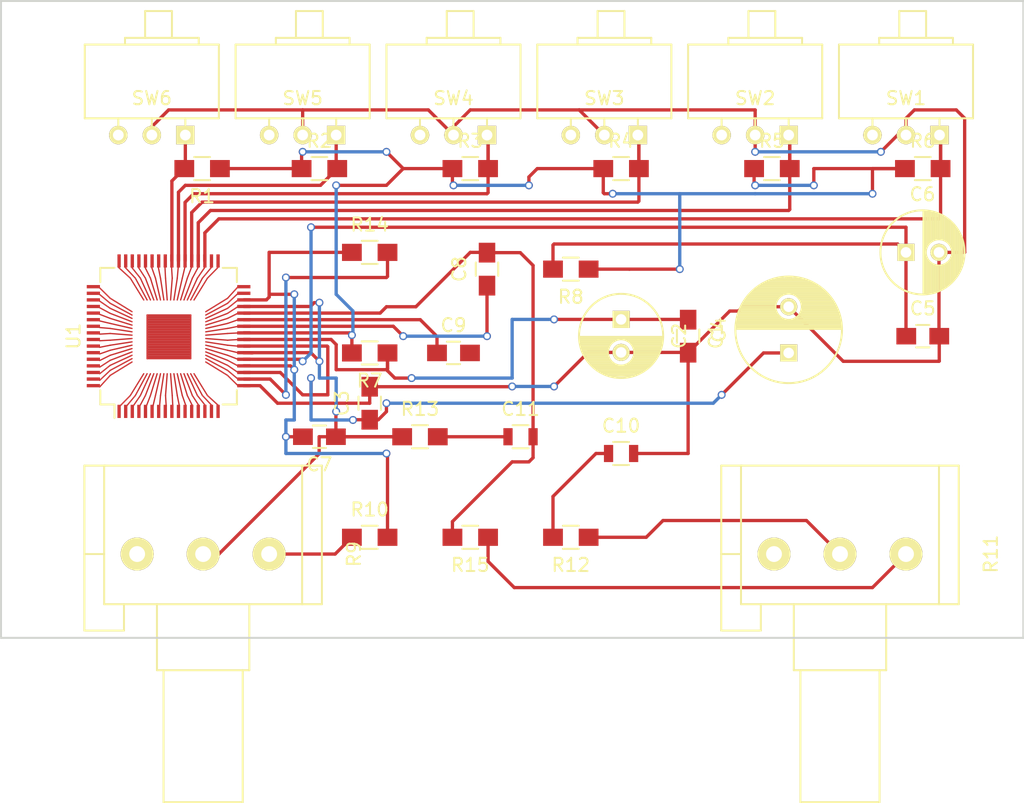
<source format=kicad_pcb>
(kicad_pcb (version 4) (host pcbnew 4.0.2-stable)

  (general
    (links 61)
    (no_connects 0)
    (area 129.464999 -199.465001 207.085001 -151.054999)
    (thickness 1.6)
    (drawings 107)
    (tracks 449)
    (zones 0)
    (modules 33)
    (nets 48)
  )

  (page A4)
  (layers
    (0 F.Cu signal)
    (31 B.Cu signal)
    (32 B.Adhes user)
    (33 F.Adhes user)
    (34 B.Paste user)
    (35 F.Paste user)
    (36 B.SilkS user)
    (37 F.SilkS user)
    (38 B.Mask user)
    (39 F.Mask user)
    (40 Dwgs.User user)
    (41 Cmts.User user)
    (42 Eco1.User user)
    (43 Eco2.User user)
    (44 Edge.Cuts user)
    (45 Margin user)
    (46 B.CrtYd user)
    (47 F.CrtYd user)
    (48 B.Fab user)
    (49 F.Fab user)
  )

  (setup
    (last_trace_width 0.25)
    (trace_clearance 0.2)
    (zone_clearance 0.508)
    (zone_45_only yes)
    (trace_min 0.2)
    (segment_width 0.2)
    (edge_width 0.15)
    (via_size 0.6)
    (via_drill 0.4)
    (via_min_size 0.4)
    (via_min_drill 0.3)
    (uvia_size 0.3)
    (uvia_drill 0.1)
    (uvias_allowed no)
    (uvia_min_size 0.2)
    (uvia_min_drill 0.1)
    (pcb_text_width 0.3)
    (pcb_text_size 1.5 1.5)
    (mod_edge_width 0.15)
    (mod_text_size 0.000001 0.000001)
    (mod_text_width 0.15)
    (pad_size 1.4 1.4)
    (pad_drill 0.6)
    (pad_to_mask_clearance 0.2)
    (aux_axis_origin 0 0)
    (visible_elements FFFFFF7F)
    (pcbplotparams
      (layerselection 0x00030_80000001)
      (usegerberextensions false)
      (excludeedgelayer true)
      (linewidth 0.100000)
      (plotframeref false)
      (viasonmask false)
      (mode 1)
      (useauxorigin false)
      (hpglpennumber 1)
      (hpglpenspeed 20)
      (hpglpendiameter 15)
      (hpglpenoverlay 2)
      (psnegative false)
      (psa4output false)
      (plotreference true)
      (plotvalue true)
      (plotinvisibletext false)
      (padsonsilk false)
      (subtractmaskfromsilk false)
      (outputformat 1)
      (mirror false)
      (drillshape 1)
      (scaleselection 1)
      (outputdirectory ""))
  )

  (net 0 "")
  (net 1 "Net-(C1-Pad1)")
  (net 2 GND)
  (net 3 "Net-(C3-Pad1)")
  (net 4 "Net-(C5-Pad1)")
  (net 5 "Net-(C7-Pad1)")
  (net 6 "Net-(C7-Pad2)")
  (net 7 "Net-(C8-Pad1)")
  (net 8 "Net-(C11-Pad2)")
  (net 9 "Net-(C9-Pad1)")
  (net 10 "Net-(C9-Pad2)")
  (net 11 "Net-(C10-Pad1)")
  (net 12 "Net-(C11-Pad1)")
  (net 13 "Net-(BT1-Pad1)")
  (net 14 "Net-(R1-Pad2)")
  (net 15 "Net-(R2-Pad2)")
  (net 16 "Net-(R3-Pad2)")
  (net 17 "Net-(R4-Pad2)")
  (net 18 "Net-(R5-Pad2)")
  (net 19 "Net-(R6-Pad2)")
  (net 20 "Net-(R10-Pad1)")
  (net 21 "Net-(R11-Pad1)")
  (net 22 "Net-(R11-Pad2)")
  (net 23 "Net-(P2-Pad1)")
  (net 24 "Net-(U1-Pad1)")
  (net 25 "Net-(U1-Pad2)")
  (net 26 "Net-(U1-Pad3)")
  (net 27 "Net-(U1-Pad4)")
  (net 28 "Net-(U1-Pad5)")
  (net 29 "Net-(U1-Pad6)")
  (net 30 "Net-(U1-Pad7)")
  (net 31 "Net-(U1-Pad8)")
  (net 32 "Net-(U1-Pad9)")
  (net 33 "Net-(U1-Pad10)")
  (net 34 "Net-(U1-Pad11)")
  (net 35 "Net-(U1-Pad12)")
  (net 36 "Net-(U1-Pad13)")
  (net 37 "Net-(U1-Pad14)")
  (net 38 "Net-(U1-Pad15)")
  (net 39 "Net-(U1-Pad16)")
  (net 40 "Net-(U1-Pad31)")
  (net 41 "Net-(U1-Pad32)")
  (net 42 "Net-(U1-Pad33)")
  (net 43 "Net-(U1-Pad34)")
  (net 44 "Net-(U1-Pad41)")
  (net 45 "Net-(U1-Pad42)")
  (net 46 "Net-(U1-Pad43)")
  (net 47 "Net-(U1-Pad44)")

  (net_class Default "This is the default net class."
    (clearance 0.2)
    (trace_width 0.25)
    (via_dia 0.6)
    (via_drill 0.4)
    (uvia_dia 0.3)
    (uvia_drill 0.1)
    (add_net GND)
    (add_net "Net-(BT1-Pad1)")
    (add_net "Net-(C1-Pad1)")
    (add_net "Net-(C10-Pad1)")
    (add_net "Net-(C11-Pad1)")
    (add_net "Net-(C11-Pad2)")
    (add_net "Net-(C3-Pad1)")
    (add_net "Net-(C5-Pad1)")
    (add_net "Net-(C7-Pad1)")
    (add_net "Net-(C7-Pad2)")
    (add_net "Net-(C8-Pad1)")
    (add_net "Net-(C9-Pad1)")
    (add_net "Net-(C9-Pad2)")
    (add_net "Net-(P2-Pad1)")
    (add_net "Net-(R1-Pad2)")
    (add_net "Net-(R10-Pad1)")
    (add_net "Net-(R11-Pad1)")
    (add_net "Net-(R11-Pad2)")
    (add_net "Net-(R2-Pad2)")
    (add_net "Net-(R3-Pad2)")
    (add_net "Net-(R4-Pad2)")
    (add_net "Net-(R5-Pad2)")
    (add_net "Net-(R6-Pad2)")
    (add_net "Net-(U1-Pad1)")
    (add_net "Net-(U1-Pad10)")
    (add_net "Net-(U1-Pad11)")
    (add_net "Net-(U1-Pad12)")
    (add_net "Net-(U1-Pad13)")
    (add_net "Net-(U1-Pad14)")
    (add_net "Net-(U1-Pad15)")
    (add_net "Net-(U1-Pad16)")
    (add_net "Net-(U1-Pad2)")
    (add_net "Net-(U1-Pad3)")
    (add_net "Net-(U1-Pad31)")
    (add_net "Net-(U1-Pad32)")
    (add_net "Net-(U1-Pad33)")
    (add_net "Net-(U1-Pad34)")
    (add_net "Net-(U1-Pad4)")
    (add_net "Net-(U1-Pad41)")
    (add_net "Net-(U1-Pad42)")
    (add_net "Net-(U1-Pad43)")
    (add_net "Net-(U1-Pad44)")
    (add_net "Net-(U1-Pad5)")
    (add_net "Net-(U1-Pad6)")
    (add_net "Net-(U1-Pad7)")
    (add_net "Net-(U1-Pad8)")
    (add_net "Net-(U1-Pad9)")
  )

  (module Housings_QFP:LQFP-64_10x10mm_Pitch0.5mm (layer F.Cu) (tedit 54130A77) (tstamp 5736BF9E)
    (at 142.24 -173.99 90)
    (descr "64 LEAD LQFP 10x10mm (see MICREL LQFP10x10-64LD-PL-1.pdf)")
    (tags "QFP 0.5")
    (path /5735FC25)
    (attr smd)
    (fp_text reference U1 (at 0 -7.2 90) (layer F.SilkS)
      (effects (font (size 1 1) (thickness 0.15)))
    )
    (fp_text value QFP05-64 (at 0 7.2 90) (layer F.Fab)
      (effects (font (size 1 1) (thickness 0.15)))
    )
    (fp_line (start -6.45 -6.45) (end -6.45 6.45) (layer F.CrtYd) (width 0.05))
    (fp_line (start 6.45 -6.45) (end 6.45 6.45) (layer F.CrtYd) (width 0.05))
    (fp_line (start -6.45 -6.45) (end 6.45 -6.45) (layer F.CrtYd) (width 0.05))
    (fp_line (start -6.45 6.45) (end 6.45 6.45) (layer F.CrtYd) (width 0.05))
    (fp_line (start -5.175 -5.175) (end -5.175 -4.1) (layer F.SilkS) (width 0.15))
    (fp_line (start 5.175 -5.175) (end 5.175 -4.1) (layer F.SilkS) (width 0.15))
    (fp_line (start 5.175 5.175) (end 5.175 4.1) (layer F.SilkS) (width 0.15))
    (fp_line (start -5.175 5.175) (end -5.175 4.1) (layer F.SilkS) (width 0.15))
    (fp_line (start -5.175 -5.175) (end -4.1 -5.175) (layer F.SilkS) (width 0.15))
    (fp_line (start -5.175 5.175) (end -4.1 5.175) (layer F.SilkS) (width 0.15))
    (fp_line (start 5.175 5.175) (end 4.1 5.175) (layer F.SilkS) (width 0.15))
    (fp_line (start 5.175 -5.175) (end 4.1 -5.175) (layer F.SilkS) (width 0.15))
    (fp_line (start -5.175 -4.1) (end -6.2 -4.1) (layer F.SilkS) (width 0.15))
    (pad 1 smd rect (at -5.7 -3.75 90) (size 1 0.25) (layers F.Cu F.Paste F.Mask)
      (net 24 "Net-(U1-Pad1)"))
    (pad 2 smd rect (at -5.7 -3.25 90) (size 1 0.25) (layers F.Cu F.Paste F.Mask)
      (net 25 "Net-(U1-Pad2)"))
    (pad 3 smd rect (at -5.7 -2.75 90) (size 1 0.25) (layers F.Cu F.Paste F.Mask)
      (net 26 "Net-(U1-Pad3)"))
    (pad 4 smd rect (at -5.7 -2.25 90) (size 1 0.25) (layers F.Cu F.Paste F.Mask)
      (net 27 "Net-(U1-Pad4)"))
    (pad 5 smd rect (at -5.7 -1.75 90) (size 1 0.25) (layers F.Cu F.Paste F.Mask)
      (net 28 "Net-(U1-Pad5)"))
    (pad 6 smd rect (at -5.7 -1.25 90) (size 1 0.25) (layers F.Cu F.Paste F.Mask)
      (net 29 "Net-(U1-Pad6)"))
    (pad 7 smd rect (at -5.7 -0.75 90) (size 1 0.25) (layers F.Cu F.Paste F.Mask)
      (net 30 "Net-(U1-Pad7)"))
    (pad 8 smd rect (at -5.7 -0.25 90) (size 1 0.25) (layers F.Cu F.Paste F.Mask)
      (net 31 "Net-(U1-Pad8)"))
    (pad 9 smd rect (at -5.7 0.25 90) (size 1 0.25) (layers F.Cu F.Paste F.Mask)
      (net 32 "Net-(U1-Pad9)"))
    (pad 10 smd rect (at -5.7 0.75 90) (size 1 0.25) (layers F.Cu F.Paste F.Mask)
      (net 33 "Net-(U1-Pad10)"))
    (pad 11 smd rect (at -5.7 1.25 90) (size 1 0.25) (layers F.Cu F.Paste F.Mask)
      (net 34 "Net-(U1-Pad11)"))
    (pad 12 smd rect (at -5.7 1.75 90) (size 1 0.25) (layers F.Cu F.Paste F.Mask)
      (net 35 "Net-(U1-Pad12)"))
    (pad 13 smd rect (at -5.7 2.25 90) (size 1 0.25) (layers F.Cu F.Paste F.Mask)
      (net 36 "Net-(U1-Pad13)"))
    (pad 14 smd rect (at -5.7 2.75 90) (size 1 0.25) (layers F.Cu F.Paste F.Mask)
      (net 37 "Net-(U1-Pad14)"))
    (pad 15 smd rect (at -5.7 3.25 90) (size 1 0.25) (layers F.Cu F.Paste F.Mask)
      (net 38 "Net-(U1-Pad15)"))
    (pad 16 smd rect (at -5.7 3.75 90) (size 1 0.25) (layers F.Cu F.Paste F.Mask)
      (net 39 "Net-(U1-Pad16)"))
    (pad 17 smd rect (at -3.75 5.7 180) (size 1 0.25) (layers F.Cu F.Paste F.Mask)
      (net 2 GND))
    (pad 18 smd rect (at -3.25 5.7 180) (size 1 0.25) (layers F.Cu F.Paste F.Mask)
      (net 23 "Net-(P2-Pad1)"))
    (pad 19 smd rect (at -2.75 5.7 180) (size 1 0.25) (layers F.Cu F.Paste F.Mask)
      (net 3 "Net-(C3-Pad1)"))
    (pad 20 smd rect (at -2.25 5.7 180) (size 1 0.25) (layers F.Cu F.Paste F.Mask)
      (net 6 "Net-(C7-Pad2)"))
    (pad 21 smd rect (at -1.75 5.7 180) (size 1 0.25) (layers F.Cu F.Paste F.Mask)
      (net 4 "Net-(C5-Pad1)"))
    (pad 22 smd rect (at -1.25 5.7 180) (size 1 0.25) (layers F.Cu F.Paste F.Mask)
      (net 5 "Net-(C7-Pad1)"))
    (pad 23 smd rect (at -0.75 5.7 180) (size 1 0.25) (layers F.Cu F.Paste F.Mask)
      (net 3 "Net-(C3-Pad1)"))
    (pad 24 smd rect (at -0.25 5.7 180) (size 1 0.25) (layers F.Cu F.Paste F.Mask)
      (net 1 "Net-(C1-Pad1)"))
    (pad 25 smd rect (at 0.25 5.7 180) (size 1 0.25) (layers F.Cu F.Paste F.Mask)
      (net 13 "Net-(BT1-Pad1)"))
    (pad 26 smd rect (at 0.75 5.7 180) (size 1 0.25) (layers F.Cu F.Paste F.Mask)
      (net 7 "Net-(C8-Pad1)"))
    (pad 27 smd rect (at 1.25 5.7 180) (size 1 0.25) (layers F.Cu F.Paste F.Mask)
      (net 9 "Net-(C9-Pad1)"))
    (pad 28 smd rect (at 1.75 5.7 180) (size 1 0.25) (layers F.Cu F.Paste F.Mask)
      (net 8 "Net-(C11-Pad2)"))
    (pad 29 smd rect (at 2.25 5.7 180) (size 1 0.25) (layers F.Cu F.Paste F.Mask)
      (net 5 "Net-(C7-Pad1)"))
    (pad 30 smd rect (at 2.75 5.7 180) (size 1 0.25) (layers F.Cu F.Paste F.Mask)
      (net 6 "Net-(C7-Pad2)"))
    (pad 31 smd rect (at 3.25 5.7 180) (size 1 0.25) (layers F.Cu F.Paste F.Mask)
      (net 40 "Net-(U1-Pad31)"))
    (pad 32 smd rect (at 3.75 5.7 180) (size 1 0.25) (layers F.Cu F.Paste F.Mask)
      (net 41 "Net-(U1-Pad32)"))
    (pad 33 smd rect (at 5.7 3.75 90) (size 1 0.25) (layers F.Cu F.Paste F.Mask)
      (net 42 "Net-(U1-Pad33)"))
    (pad 34 smd rect (at 5.7 3.25 90) (size 1 0.25) (layers F.Cu F.Paste F.Mask)
      (net 43 "Net-(U1-Pad34)"))
    (pad 35 smd rect (at 5.7 2.75 90) (size 1 0.25) (layers F.Cu F.Paste F.Mask)
      (net 19 "Net-(R6-Pad2)"))
    (pad 36 smd rect (at 5.7 2.25 90) (size 1 0.25) (layers F.Cu F.Paste F.Mask)
      (net 18 "Net-(R5-Pad2)"))
    (pad 37 smd rect (at 5.7 1.75 90) (size 1 0.25) (layers F.Cu F.Paste F.Mask)
      (net 17 "Net-(R4-Pad2)"))
    (pad 38 smd rect (at 5.7 1.25 90) (size 1 0.25) (layers F.Cu F.Paste F.Mask)
      (net 16 "Net-(R3-Pad2)"))
    (pad 39 smd rect (at 5.7 0.75 90) (size 1 0.25) (layers F.Cu F.Paste F.Mask)
      (net 15 "Net-(R2-Pad2)"))
    (pad 40 smd rect (at 5.7 0.25 90) (size 1 0.25) (layers F.Cu F.Paste F.Mask)
      (net 14 "Net-(R1-Pad2)"))
    (pad 41 smd rect (at 5.7 -0.25 90) (size 1 0.25) (layers F.Cu F.Paste F.Mask)
      (net 44 "Net-(U1-Pad41)"))
    (pad 42 smd rect (at 5.7 -0.75 90) (size 1 0.25) (layers F.Cu F.Paste F.Mask)
      (net 45 "Net-(U1-Pad42)"))
    (pad 43 smd rect (at 5.7 -1.25 90) (size 1 0.25) (layers F.Cu F.Paste F.Mask)
      (net 46 "Net-(U1-Pad43)"))
    (pad 44 smd rect (at 5.7 -1.75 90) (size 1 0.25) (layers F.Cu F.Paste F.Mask)
      (net 47 "Net-(U1-Pad44)"))
    (pad 45 smd rect (at 5.7 -2.25 90) (size 1 0.25) (layers F.Cu F.Paste F.Mask))
    (pad 46 smd rect (at 5.7 -2.75 90) (size 1 0.25) (layers F.Cu F.Paste F.Mask))
    (pad 47 smd rect (at 5.7 -3.25 90) (size 1 0.25) (layers F.Cu F.Paste F.Mask))
    (pad 48 smd rect (at 5.7 -3.75 90) (size 1 0.25) (layers F.Cu F.Paste F.Mask))
    (pad 49 smd rect (at 3.75 -5.7 180) (size 1 0.25) (layers F.Cu F.Paste F.Mask))
    (pad 50 smd rect (at 3.25 -5.7 180) (size 1 0.25) (layers F.Cu F.Paste F.Mask))
    (pad 51 smd rect (at 2.75 -5.7 180) (size 1 0.25) (layers F.Cu F.Paste F.Mask))
    (pad 52 smd rect (at 2.25 -5.7 180) (size 1 0.25) (layers F.Cu F.Paste F.Mask))
    (pad 53 smd rect (at 1.75 -5.7 180) (size 1 0.25) (layers F.Cu F.Paste F.Mask))
    (pad 54 smd rect (at 1.25 -5.7 180) (size 1 0.25) (layers F.Cu F.Paste F.Mask))
    (pad 55 smd rect (at 0.75 -5.7 180) (size 1 0.25) (layers F.Cu F.Paste F.Mask))
    (pad 56 smd rect (at 0.25 -5.7 180) (size 1 0.25) (layers F.Cu F.Paste F.Mask))
    (pad 57 smd rect (at -0.25 -5.7 180) (size 1 0.25) (layers F.Cu F.Paste F.Mask))
    (pad 58 smd rect (at -0.75 -5.7 180) (size 1 0.25) (layers F.Cu F.Paste F.Mask))
    (pad 59 smd rect (at -1.25 -5.7 180) (size 1 0.25) (layers F.Cu F.Paste F.Mask))
    (pad 60 smd rect (at -1.75 -5.7 180) (size 1 0.25) (layers F.Cu F.Paste F.Mask))
    (pad 61 smd rect (at -2.25 -5.7 180) (size 1 0.25) (layers F.Cu F.Paste F.Mask))
    (pad 62 smd rect (at -2.75 -5.7 180) (size 1 0.25) (layers F.Cu F.Paste F.Mask))
    (pad 63 smd rect (at -3.25 -5.7 180) (size 1 0.25) (layers F.Cu F.Paste F.Mask))
    (pad 64 smd rect (at -3.75 -5.7 180) (size 1 0.25) (layers F.Cu F.Paste F.Mask))
    (model Housings_QFP.3dshapes/LQFP-64_10x10mm_Pitch0.5mm.wrl
      (at (xyz 0 0 0))
      (scale (xyz 1 1 1))
      (rotate (xyz 0 0 0))
    )
  )

  (module Capacitors_ThroughHole:C_Radial_D6.3_L11.2_P2.5 (layer F.Cu) (tedit 0) (tstamp 5736BD6D)
    (at 176.53 -175.26 270)
    (descr "Radial Electrolytic Capacitor, Diameter 6.3mm x Length 11.2mm, Pitch 2.5mm")
    (tags "Electrolytic Capacitor")
    (path /561665DD)
    (fp_text reference C2 (at 1.25 -4.4 270) (layer F.SilkS)
      (effects (font (size 1 1) (thickness 0.15)))
    )
    (fp_text value 100u (at 1.25 4.4 270) (layer F.Fab)
      (effects (font (size 1 1) (thickness 0.15)))
    )
    (fp_line (start 1.325 -3.149) (end 1.325 3.149) (layer F.SilkS) (width 0.15))
    (fp_line (start 1.465 -3.143) (end 1.465 3.143) (layer F.SilkS) (width 0.15))
    (fp_line (start 1.605 -3.13) (end 1.605 -0.446) (layer F.SilkS) (width 0.15))
    (fp_line (start 1.605 0.446) (end 1.605 3.13) (layer F.SilkS) (width 0.15))
    (fp_line (start 1.745 -3.111) (end 1.745 -0.656) (layer F.SilkS) (width 0.15))
    (fp_line (start 1.745 0.656) (end 1.745 3.111) (layer F.SilkS) (width 0.15))
    (fp_line (start 1.885 -3.085) (end 1.885 -0.789) (layer F.SilkS) (width 0.15))
    (fp_line (start 1.885 0.789) (end 1.885 3.085) (layer F.SilkS) (width 0.15))
    (fp_line (start 2.025 -3.053) (end 2.025 -0.88) (layer F.SilkS) (width 0.15))
    (fp_line (start 2.025 0.88) (end 2.025 3.053) (layer F.SilkS) (width 0.15))
    (fp_line (start 2.165 -3.014) (end 2.165 -0.942) (layer F.SilkS) (width 0.15))
    (fp_line (start 2.165 0.942) (end 2.165 3.014) (layer F.SilkS) (width 0.15))
    (fp_line (start 2.305 -2.968) (end 2.305 -0.981) (layer F.SilkS) (width 0.15))
    (fp_line (start 2.305 0.981) (end 2.305 2.968) (layer F.SilkS) (width 0.15))
    (fp_line (start 2.445 -2.915) (end 2.445 -0.998) (layer F.SilkS) (width 0.15))
    (fp_line (start 2.445 0.998) (end 2.445 2.915) (layer F.SilkS) (width 0.15))
    (fp_line (start 2.585 -2.853) (end 2.585 -0.996) (layer F.SilkS) (width 0.15))
    (fp_line (start 2.585 0.996) (end 2.585 2.853) (layer F.SilkS) (width 0.15))
    (fp_line (start 2.725 -2.783) (end 2.725 -0.974) (layer F.SilkS) (width 0.15))
    (fp_line (start 2.725 0.974) (end 2.725 2.783) (layer F.SilkS) (width 0.15))
    (fp_line (start 2.865 -2.704) (end 2.865 -0.931) (layer F.SilkS) (width 0.15))
    (fp_line (start 2.865 0.931) (end 2.865 2.704) (layer F.SilkS) (width 0.15))
    (fp_line (start 3.005 -2.616) (end 3.005 -0.863) (layer F.SilkS) (width 0.15))
    (fp_line (start 3.005 0.863) (end 3.005 2.616) (layer F.SilkS) (width 0.15))
    (fp_line (start 3.145 -2.516) (end 3.145 -0.764) (layer F.SilkS) (width 0.15))
    (fp_line (start 3.145 0.764) (end 3.145 2.516) (layer F.SilkS) (width 0.15))
    (fp_line (start 3.285 -2.404) (end 3.285 -0.619) (layer F.SilkS) (width 0.15))
    (fp_line (start 3.285 0.619) (end 3.285 2.404) (layer F.SilkS) (width 0.15))
    (fp_line (start 3.425 -2.279) (end 3.425 -0.38) (layer F.SilkS) (width 0.15))
    (fp_line (start 3.425 0.38) (end 3.425 2.279) (layer F.SilkS) (width 0.15))
    (fp_line (start 3.565 -2.136) (end 3.565 2.136) (layer F.SilkS) (width 0.15))
    (fp_line (start 3.705 -1.974) (end 3.705 1.974) (layer F.SilkS) (width 0.15))
    (fp_line (start 3.845 -1.786) (end 3.845 1.786) (layer F.SilkS) (width 0.15))
    (fp_line (start 3.985 -1.563) (end 3.985 1.563) (layer F.SilkS) (width 0.15))
    (fp_line (start 4.125 -1.287) (end 4.125 1.287) (layer F.SilkS) (width 0.15))
    (fp_line (start 4.265 -0.912) (end 4.265 0.912) (layer F.SilkS) (width 0.15))
    (fp_circle (center 2.5 0) (end 2.5 -1) (layer F.SilkS) (width 0.15))
    (fp_circle (center 1.25 0) (end 1.25 -3.1875) (layer F.SilkS) (width 0.15))
    (fp_circle (center 1.25 0) (end 1.25 -3.4) (layer F.CrtYd) (width 0.05))
    (pad 2 thru_hole circle (at 2.5 0 270) (size 1.3 1.3) (drill 0.8) (layers *.Cu *.Mask F.SilkS)
      (net 2 GND))
    (pad 1 thru_hole rect (at 0 0 270) (size 1.3 1.3) (drill 0.8) (layers *.Cu *.Mask F.SilkS)
      (net 1 "Net-(C1-Pad1)"))
    (model Capacitors_ThroughHole.3dshapes/C_Radial_D6.3_L11.2_P2.5.wrl
      (at (xyz 0 0 0))
      (scale (xyz 1 1 1))
      (rotate (xyz 0 0 0))
    )
  )

  (module Capacitors_ThroughHole:C_Radial_D8_L11.5_P3.5 (layer F.Cu) (tedit 0) (tstamp 5736BDAE)
    (at 189.23 -172.72 90)
    (descr "Radial Electrolytic Capacitor Diameter 8mm x Length 11.5mm, Pitch 3.5mm")
    (tags "Electrolytic Capacitor")
    (path /56166608)
    (fp_text reference C4 (at 1.75 -5.3 90) (layer F.SilkS)
      (effects (font (size 1 1) (thickness 0.15)))
    )
    (fp_text value 470u (at 1.75 5.3 90) (layer F.Fab)
      (effects (font (size 1 1) (thickness 0.15)))
    )
    (fp_line (start 1.825 -3.999) (end 1.825 3.999) (layer F.SilkS) (width 0.15))
    (fp_line (start 1.965 -3.994) (end 1.965 3.994) (layer F.SilkS) (width 0.15))
    (fp_line (start 2.105 -3.984) (end 2.105 3.984) (layer F.SilkS) (width 0.15))
    (fp_line (start 2.245 -3.969) (end 2.245 3.969) (layer F.SilkS) (width 0.15))
    (fp_line (start 2.385 -3.949) (end 2.385 3.949) (layer F.SilkS) (width 0.15))
    (fp_line (start 2.525 -3.924) (end 2.525 -0.222) (layer F.SilkS) (width 0.15))
    (fp_line (start 2.525 0.222) (end 2.525 3.924) (layer F.SilkS) (width 0.15))
    (fp_line (start 2.665 -3.894) (end 2.665 -0.55) (layer F.SilkS) (width 0.15))
    (fp_line (start 2.665 0.55) (end 2.665 3.894) (layer F.SilkS) (width 0.15))
    (fp_line (start 2.805 -3.858) (end 2.805 -0.719) (layer F.SilkS) (width 0.15))
    (fp_line (start 2.805 0.719) (end 2.805 3.858) (layer F.SilkS) (width 0.15))
    (fp_line (start 2.945 -3.817) (end 2.945 -0.832) (layer F.SilkS) (width 0.15))
    (fp_line (start 2.945 0.832) (end 2.945 3.817) (layer F.SilkS) (width 0.15))
    (fp_line (start 3.085 -3.771) (end 3.085 -0.91) (layer F.SilkS) (width 0.15))
    (fp_line (start 3.085 0.91) (end 3.085 3.771) (layer F.SilkS) (width 0.15))
    (fp_line (start 3.225 -3.718) (end 3.225 -0.961) (layer F.SilkS) (width 0.15))
    (fp_line (start 3.225 0.961) (end 3.225 3.718) (layer F.SilkS) (width 0.15))
    (fp_line (start 3.365 -3.659) (end 3.365 -0.991) (layer F.SilkS) (width 0.15))
    (fp_line (start 3.365 0.991) (end 3.365 3.659) (layer F.SilkS) (width 0.15))
    (fp_line (start 3.505 -3.594) (end 3.505 -1) (layer F.SilkS) (width 0.15))
    (fp_line (start 3.505 1) (end 3.505 3.594) (layer F.SilkS) (width 0.15))
    (fp_line (start 3.645 -3.523) (end 3.645 -0.989) (layer F.SilkS) (width 0.15))
    (fp_line (start 3.645 0.989) (end 3.645 3.523) (layer F.SilkS) (width 0.15))
    (fp_line (start 3.785 -3.444) (end 3.785 -0.959) (layer F.SilkS) (width 0.15))
    (fp_line (start 3.785 0.959) (end 3.785 3.444) (layer F.SilkS) (width 0.15))
    (fp_line (start 3.925 -3.357) (end 3.925 -0.905) (layer F.SilkS) (width 0.15))
    (fp_line (start 3.925 0.905) (end 3.925 3.357) (layer F.SilkS) (width 0.15))
    (fp_line (start 4.065 -3.262) (end 4.065 -0.825) (layer F.SilkS) (width 0.15))
    (fp_line (start 4.065 0.825) (end 4.065 3.262) (layer F.SilkS) (width 0.15))
    (fp_line (start 4.205 -3.158) (end 4.205 -0.709) (layer F.SilkS) (width 0.15))
    (fp_line (start 4.205 0.709) (end 4.205 3.158) (layer F.SilkS) (width 0.15))
    (fp_line (start 4.345 -3.044) (end 4.345 -0.535) (layer F.SilkS) (width 0.15))
    (fp_line (start 4.345 0.535) (end 4.345 3.044) (layer F.SilkS) (width 0.15))
    (fp_line (start 4.485 -2.919) (end 4.485 -0.173) (layer F.SilkS) (width 0.15))
    (fp_line (start 4.485 0.173) (end 4.485 2.919) (layer F.SilkS) (width 0.15))
    (fp_line (start 4.625 -2.781) (end 4.625 2.781) (layer F.SilkS) (width 0.15))
    (fp_line (start 4.765 -2.629) (end 4.765 2.629) (layer F.SilkS) (width 0.15))
    (fp_line (start 4.905 -2.459) (end 4.905 2.459) (layer F.SilkS) (width 0.15))
    (fp_line (start 5.045 -2.268) (end 5.045 2.268) (layer F.SilkS) (width 0.15))
    (fp_line (start 5.185 -2.05) (end 5.185 2.05) (layer F.SilkS) (width 0.15))
    (fp_line (start 5.325 -1.794) (end 5.325 1.794) (layer F.SilkS) (width 0.15))
    (fp_line (start 5.465 -1.483) (end 5.465 1.483) (layer F.SilkS) (width 0.15))
    (fp_line (start 5.605 -1.067) (end 5.605 1.067) (layer F.SilkS) (width 0.15))
    (fp_line (start 5.745 -0.2) (end 5.745 0.2) (layer F.SilkS) (width 0.15))
    (fp_circle (center 3.5 0) (end 3.5 -1) (layer F.SilkS) (width 0.15))
    (fp_circle (center 1.75 0) (end 1.75 -4.0375) (layer F.SilkS) (width 0.15))
    (fp_circle (center 1.75 0) (end 1.75 -4.3) (layer F.CrtYd) (width 0.05))
    (pad 2 thru_hole circle (at 3.5 0 90) (size 1.3 1.3) (drill 0.8) (layers *.Cu *.Mask F.SilkS)
      (net 2 GND))
    (pad 1 thru_hole rect (at 0 0 90) (size 1.3 1.3) (drill 0.8) (layers *.Cu *.Mask F.SilkS)
      (net 3 "Net-(C3-Pad1)"))
    (model Capacitors_ThroughHole.3dshapes/C_Radial_D8_L11.5_P3.5.wrl
      (at (xyz 0 0 0))
      (scale (xyz 1 1 1))
      (rotate (xyz 0 0 0))
    )
  )

  (module Capacitors_ThroughHole:C_Radial_D6.3_L11.2_P2.5 (layer F.Cu) (tedit 0) (tstamp 5736BDE7)
    (at 198.12 -180.34)
    (descr "Radial Electrolytic Capacitor, Diameter 6.3mm x Length 11.2mm, Pitch 2.5mm")
    (tags "Electrolytic Capacitor")
    (path /56166602)
    (fp_text reference C6 (at 1.25 -4.4) (layer F.SilkS)
      (effects (font (size 1 1) (thickness 0.15)))
    )
    (fp_text value 100u (at 1.25 4.4) (layer F.Fab)
      (effects (font (size 1 1) (thickness 0.15)))
    )
    (fp_line (start 1.325 -3.149) (end 1.325 3.149) (layer F.SilkS) (width 0.15))
    (fp_line (start 1.465 -3.143) (end 1.465 3.143) (layer F.SilkS) (width 0.15))
    (fp_line (start 1.605 -3.13) (end 1.605 -0.446) (layer F.SilkS) (width 0.15))
    (fp_line (start 1.605 0.446) (end 1.605 3.13) (layer F.SilkS) (width 0.15))
    (fp_line (start 1.745 -3.111) (end 1.745 -0.656) (layer F.SilkS) (width 0.15))
    (fp_line (start 1.745 0.656) (end 1.745 3.111) (layer F.SilkS) (width 0.15))
    (fp_line (start 1.885 -3.085) (end 1.885 -0.789) (layer F.SilkS) (width 0.15))
    (fp_line (start 1.885 0.789) (end 1.885 3.085) (layer F.SilkS) (width 0.15))
    (fp_line (start 2.025 -3.053) (end 2.025 -0.88) (layer F.SilkS) (width 0.15))
    (fp_line (start 2.025 0.88) (end 2.025 3.053) (layer F.SilkS) (width 0.15))
    (fp_line (start 2.165 -3.014) (end 2.165 -0.942) (layer F.SilkS) (width 0.15))
    (fp_line (start 2.165 0.942) (end 2.165 3.014) (layer F.SilkS) (width 0.15))
    (fp_line (start 2.305 -2.968) (end 2.305 -0.981) (layer F.SilkS) (width 0.15))
    (fp_line (start 2.305 0.981) (end 2.305 2.968) (layer F.SilkS) (width 0.15))
    (fp_line (start 2.445 -2.915) (end 2.445 -0.998) (layer F.SilkS) (width 0.15))
    (fp_line (start 2.445 0.998) (end 2.445 2.915) (layer F.SilkS) (width 0.15))
    (fp_line (start 2.585 -2.853) (end 2.585 -0.996) (layer F.SilkS) (width 0.15))
    (fp_line (start 2.585 0.996) (end 2.585 2.853) (layer F.SilkS) (width 0.15))
    (fp_line (start 2.725 -2.783) (end 2.725 -0.974) (layer F.SilkS) (width 0.15))
    (fp_line (start 2.725 0.974) (end 2.725 2.783) (layer F.SilkS) (width 0.15))
    (fp_line (start 2.865 -2.704) (end 2.865 -0.931) (layer F.SilkS) (width 0.15))
    (fp_line (start 2.865 0.931) (end 2.865 2.704) (layer F.SilkS) (width 0.15))
    (fp_line (start 3.005 -2.616) (end 3.005 -0.863) (layer F.SilkS) (width 0.15))
    (fp_line (start 3.005 0.863) (end 3.005 2.616) (layer F.SilkS) (width 0.15))
    (fp_line (start 3.145 -2.516) (end 3.145 -0.764) (layer F.SilkS) (width 0.15))
    (fp_line (start 3.145 0.764) (end 3.145 2.516) (layer F.SilkS) (width 0.15))
    (fp_line (start 3.285 -2.404) (end 3.285 -0.619) (layer F.SilkS) (width 0.15))
    (fp_line (start 3.285 0.619) (end 3.285 2.404) (layer F.SilkS) (width 0.15))
    (fp_line (start 3.425 -2.279) (end 3.425 -0.38) (layer F.SilkS) (width 0.15))
    (fp_line (start 3.425 0.38) (end 3.425 2.279) (layer F.SilkS) (width 0.15))
    (fp_line (start 3.565 -2.136) (end 3.565 2.136) (layer F.SilkS) (width 0.15))
    (fp_line (start 3.705 -1.974) (end 3.705 1.974) (layer F.SilkS) (width 0.15))
    (fp_line (start 3.845 -1.786) (end 3.845 1.786) (layer F.SilkS) (width 0.15))
    (fp_line (start 3.985 -1.563) (end 3.985 1.563) (layer F.SilkS) (width 0.15))
    (fp_line (start 4.125 -1.287) (end 4.125 1.287) (layer F.SilkS) (width 0.15))
    (fp_line (start 4.265 -0.912) (end 4.265 0.912) (layer F.SilkS) (width 0.15))
    (fp_circle (center 2.5 0) (end 2.5 -1) (layer F.SilkS) (width 0.15))
    (fp_circle (center 1.25 0) (end 1.25 -3.1875) (layer F.SilkS) (width 0.15))
    (fp_circle (center 1.25 0) (end 1.25 -3.4) (layer F.CrtYd) (width 0.05))
    (pad 2 thru_hole circle (at 2.5 0) (size 1.3 1.3) (drill 0.8) (layers *.Cu *.Mask F.SilkS)
      (net 2 GND))
    (pad 1 thru_hole rect (at 0 0) (size 1.3 1.3) (drill 0.8) (layers *.Cu *.Mask F.SilkS)
      (net 4 "Net-(C5-Pad1)"))
    (model Capacitors_ThroughHole.3dshapes/C_Radial_D6.3_L11.2_P2.5.wrl
      (at (xyz 0 0 0))
      (scale (xyz 1 1 1))
      (rotate (xyz 0 0 0))
    )
  )

  (module Resistors_SMD:R_0805 (layer F.Cu) (tedit 5415CDEB) (tstamp 5736BE17)
    (at 176.53 -165.1)
    (descr "Resistor SMD 0805, reflow soldering, Vishay (see dcrcw.pdf)")
    (tags "resistor 0805")
    (path /5616264F)
    (attr smd)
    (fp_text reference C10 (at 0 -2.1) (layer F.SilkS)
      (effects (font (size 1 1) (thickness 0.15)))
    )
    (fp_text value 0.1u (at 0 2.1) (layer F.Fab)
      (effects (font (size 1 1) (thickness 0.15)))
    )
    (fp_line (start -1.6 -1) (end 1.6 -1) (layer F.CrtYd) (width 0.05))
    (fp_line (start -1.6 1) (end 1.6 1) (layer F.CrtYd) (width 0.05))
    (fp_line (start -1.6 -1) (end -1.6 1) (layer F.CrtYd) (width 0.05))
    (fp_line (start 1.6 -1) (end 1.6 1) (layer F.CrtYd) (width 0.05))
    (fp_line (start 0.6 0.875) (end -0.6 0.875) (layer F.SilkS) (width 0.15))
    (fp_line (start -0.6 -0.875) (end 0.6 -0.875) (layer F.SilkS) (width 0.15))
    (pad 1 smd rect (at -0.95 0) (size 0.7 1.3) (layers F.Cu F.Paste F.Mask)
      (net 11 "Net-(C10-Pad1)"))
    (pad 2 smd rect (at 0.95 0) (size 0.7 1.3) (layers F.Cu F.Paste F.Mask)
      (net 2 GND))
    (model Resistors_SMD.3dshapes/R_0805.wrl
      (at (xyz 0 0 0))
      (scale (xyz 1 1 1))
      (rotate (xyz 0 0 0))
    )
  )

  (module Resistors_SMD:R_0805 (layer F.Cu) (tedit 5415CDEB) (tstamp 5736BE23)
    (at 168.91 -166.37)
    (descr "Resistor SMD 0805, reflow soldering, Vishay (see dcrcw.pdf)")
    (tags "resistor 0805")
    (path /561626B8)
    (attr smd)
    (fp_text reference C11 (at 0 -2.1) (layer F.SilkS)
      (effects (font (size 1 1) (thickness 0.15)))
    )
    (fp_text value 0.47u (at 0 2.1) (layer F.Fab)
      (effects (font (size 1 1) (thickness 0.15)))
    )
    (fp_line (start -1.6 -1) (end 1.6 -1) (layer F.CrtYd) (width 0.05))
    (fp_line (start -1.6 1) (end 1.6 1) (layer F.CrtYd) (width 0.05))
    (fp_line (start -1.6 -1) (end -1.6 1) (layer F.CrtYd) (width 0.05))
    (fp_line (start 1.6 -1) (end 1.6 1) (layer F.CrtYd) (width 0.05))
    (fp_line (start 0.6 0.875) (end -0.6 0.875) (layer F.SilkS) (width 0.15))
    (fp_line (start -0.6 -0.875) (end 0.6 -0.875) (layer F.SilkS) (width 0.15))
    (pad 1 smd rect (at -0.95 0) (size 0.7 1.3) (layers F.Cu F.Paste F.Mask)
      (net 12 "Net-(C11-Pad1)"))
    (pad 2 smd rect (at 0.95 0) (size 0.7 1.3) (layers F.Cu F.Paste F.Mask)
      (net 8 "Net-(C11-Pad2)"))
    (model Resistors_SMD.3dshapes/R_0805.wrl
      (at (xyz 0 0 0))
      (scale (xyz 1 1 1))
      (rotate (xyz 0 0 0))
    )
  )

  (module Resistors_SMD:R_0805_HandSoldering (layer F.Cu) (tedit 54189DEE) (tstamp 5736BE2F)
    (at 144.78 -186.69 180)
    (descr "Resistor SMD 0805, hand soldering")
    (tags "resistor 0805")
    (path /5616246B)
    (attr smd)
    (fp_text reference R1 (at 0 -2.1 180) (layer F.SilkS)
      (effects (font (size 1 1) (thickness 0.15)))
    )
    (fp_text value 47k (at 0 2.1 180) (layer F.Fab)
      (effects (font (size 1 1) (thickness 0.15)))
    )
    (fp_line (start -2.4 -1) (end 2.4 -1) (layer F.CrtYd) (width 0.05))
    (fp_line (start -2.4 1) (end 2.4 1) (layer F.CrtYd) (width 0.05))
    (fp_line (start -2.4 -1) (end -2.4 1) (layer F.CrtYd) (width 0.05))
    (fp_line (start 2.4 -1) (end 2.4 1) (layer F.CrtYd) (width 0.05))
    (fp_line (start 0.6 0.875) (end -0.6 0.875) (layer F.SilkS) (width 0.15))
    (fp_line (start -0.6 -0.875) (end 0.6 -0.875) (layer F.SilkS) (width 0.15))
    (pad 1 smd rect (at -1.35 0 180) (size 1.5 1.3) (layers F.Cu F.Paste F.Mask)
      (net 13 "Net-(BT1-Pad1)"))
    (pad 2 smd rect (at 1.35 0 180) (size 1.5 1.3) (layers F.Cu F.Paste F.Mask)
      (net 14 "Net-(R1-Pad2)"))
    (model Resistors_SMD.3dshapes/R_0805_HandSoldering.wrl
      (at (xyz 0 0 0))
      (scale (xyz 1 1 1))
      (rotate (xyz 0 0 0))
    )
  )

  (module Resistors_SMD:R_0805_HandSoldering (layer F.Cu) (tedit 54189DEE) (tstamp 5736BE3B)
    (at 153.67 -186.69)
    (descr "Resistor SMD 0805, hand soldering")
    (tags "resistor 0805")
    (path /56160318)
    (attr smd)
    (fp_text reference R2 (at 0 -2.1) (layer F.SilkS)
      (effects (font (size 1 1) (thickness 0.15)))
    )
    (fp_text value 47k (at 0 2.1) (layer F.Fab)
      (effects (font (size 1 1) (thickness 0.15)))
    )
    (fp_line (start -2.4 -1) (end 2.4 -1) (layer F.CrtYd) (width 0.05))
    (fp_line (start -2.4 1) (end 2.4 1) (layer F.CrtYd) (width 0.05))
    (fp_line (start -2.4 -1) (end -2.4 1) (layer F.CrtYd) (width 0.05))
    (fp_line (start 2.4 -1) (end 2.4 1) (layer F.CrtYd) (width 0.05))
    (fp_line (start 0.6 0.875) (end -0.6 0.875) (layer F.SilkS) (width 0.15))
    (fp_line (start -0.6 -0.875) (end 0.6 -0.875) (layer F.SilkS) (width 0.15))
    (pad 1 smd rect (at -1.35 0) (size 1.5 1.3) (layers F.Cu F.Paste F.Mask)
      (net 13 "Net-(BT1-Pad1)"))
    (pad 2 smd rect (at 1.35 0) (size 1.5 1.3) (layers F.Cu F.Paste F.Mask)
      (net 15 "Net-(R2-Pad2)"))
    (model Resistors_SMD.3dshapes/R_0805_HandSoldering.wrl
      (at (xyz 0 0 0))
      (scale (xyz 1 1 1))
      (rotate (xyz 0 0 0))
    )
  )

  (module Resistors_SMD:R_0805_HandSoldering (layer F.Cu) (tedit 54189DEE) (tstamp 5736BE47)
    (at 165.1 -186.69)
    (descr "Resistor SMD 0805, hand soldering")
    (tags "resistor 0805")
    (path /56162487)
    (attr smd)
    (fp_text reference R3 (at 0 -2.1) (layer F.SilkS)
      (effects (font (size 1 1) (thickness 0.15)))
    )
    (fp_text value 47k (at 0 2.1) (layer F.Fab)
      (effects (font (size 1 1) (thickness 0.15)))
    )
    (fp_line (start -2.4 -1) (end 2.4 -1) (layer F.CrtYd) (width 0.05))
    (fp_line (start -2.4 1) (end 2.4 1) (layer F.CrtYd) (width 0.05))
    (fp_line (start -2.4 -1) (end -2.4 1) (layer F.CrtYd) (width 0.05))
    (fp_line (start 2.4 -1) (end 2.4 1) (layer F.CrtYd) (width 0.05))
    (fp_line (start 0.6 0.875) (end -0.6 0.875) (layer F.SilkS) (width 0.15))
    (fp_line (start -0.6 -0.875) (end 0.6 -0.875) (layer F.SilkS) (width 0.15))
    (pad 1 smd rect (at -1.35 0) (size 1.5 1.3) (layers F.Cu F.Paste F.Mask)
      (net 13 "Net-(BT1-Pad1)"))
    (pad 2 smd rect (at 1.35 0) (size 1.5 1.3) (layers F.Cu F.Paste F.Mask)
      (net 16 "Net-(R3-Pad2)"))
    (model Resistors_SMD.3dshapes/R_0805_HandSoldering.wrl
      (at (xyz 0 0 0))
      (scale (xyz 1 1 1))
      (rotate (xyz 0 0 0))
    )
  )

  (module Resistors_SMD:R_0805_HandSoldering (layer F.Cu) (tedit 54189DEE) (tstamp 5736BE53)
    (at 176.53 -186.69)
    (descr "Resistor SMD 0805, hand soldering")
    (tags "resistor 0805")
    (path /56162491)
    (attr smd)
    (fp_text reference R4 (at 0 -2.1) (layer F.SilkS)
      (effects (font (size 1 1) (thickness 0.15)))
    )
    (fp_text value 47k (at 0 2.1) (layer F.Fab)
      (effects (font (size 1 1) (thickness 0.15)))
    )
    (fp_line (start -2.4 -1) (end 2.4 -1) (layer F.CrtYd) (width 0.05))
    (fp_line (start -2.4 1) (end 2.4 1) (layer F.CrtYd) (width 0.05))
    (fp_line (start -2.4 -1) (end -2.4 1) (layer F.CrtYd) (width 0.05))
    (fp_line (start 2.4 -1) (end 2.4 1) (layer F.CrtYd) (width 0.05))
    (fp_line (start 0.6 0.875) (end -0.6 0.875) (layer F.SilkS) (width 0.15))
    (fp_line (start -0.6 -0.875) (end 0.6 -0.875) (layer F.SilkS) (width 0.15))
    (pad 1 smd rect (at -1.35 0) (size 1.5 1.3) (layers F.Cu F.Paste F.Mask)
      (net 13 "Net-(BT1-Pad1)"))
    (pad 2 smd rect (at 1.35 0) (size 1.5 1.3) (layers F.Cu F.Paste F.Mask)
      (net 17 "Net-(R4-Pad2)"))
    (model Resistors_SMD.3dshapes/R_0805_HandSoldering.wrl
      (at (xyz 0 0 0))
      (scale (xyz 1 1 1))
      (rotate (xyz 0 0 0))
    )
  )

  (module Resistors_SMD:R_0805_HandSoldering (layer F.Cu) (tedit 54189DEE) (tstamp 5736BE5F)
    (at 187.96 -186.69)
    (descr "Resistor SMD 0805, hand soldering")
    (tags "resistor 0805")
    (path /56162497)
    (attr smd)
    (fp_text reference R5 (at 0 -2.1) (layer F.SilkS)
      (effects (font (size 1 1) (thickness 0.15)))
    )
    (fp_text value 47k (at 0 2.1) (layer F.Fab)
      (effects (font (size 1 1) (thickness 0.15)))
    )
    (fp_line (start -2.4 -1) (end 2.4 -1) (layer F.CrtYd) (width 0.05))
    (fp_line (start -2.4 1) (end 2.4 1) (layer F.CrtYd) (width 0.05))
    (fp_line (start -2.4 -1) (end -2.4 1) (layer F.CrtYd) (width 0.05))
    (fp_line (start 2.4 -1) (end 2.4 1) (layer F.CrtYd) (width 0.05))
    (fp_line (start 0.6 0.875) (end -0.6 0.875) (layer F.SilkS) (width 0.15))
    (fp_line (start -0.6 -0.875) (end 0.6 -0.875) (layer F.SilkS) (width 0.15))
    (pad 1 smd rect (at -1.35 0) (size 1.5 1.3) (layers F.Cu F.Paste F.Mask)
      (net 13 "Net-(BT1-Pad1)"))
    (pad 2 smd rect (at 1.35 0) (size 1.5 1.3) (layers F.Cu F.Paste F.Mask)
      (net 18 "Net-(R5-Pad2)"))
    (model Resistors_SMD.3dshapes/R_0805_HandSoldering.wrl
      (at (xyz 0 0 0))
      (scale (xyz 1 1 1))
      (rotate (xyz 0 0 0))
    )
  )

  (module Resistors_SMD:R_0805_HandSoldering (layer F.Cu) (tedit 54189DEE) (tstamp 5736BE6B)
    (at 199.39 -186.69)
    (descr "Resistor SMD 0805, hand soldering")
    (tags "resistor 0805")
    (path /5616249D)
    (attr smd)
    (fp_text reference R6 (at 0 -2.1) (layer F.SilkS)
      (effects (font (size 1 1) (thickness 0.15)))
    )
    (fp_text value 47k (at 0 2.1) (layer F.Fab)
      (effects (font (size 1 1) (thickness 0.15)))
    )
    (fp_line (start -2.4 -1) (end 2.4 -1) (layer F.CrtYd) (width 0.05))
    (fp_line (start -2.4 1) (end 2.4 1) (layer F.CrtYd) (width 0.05))
    (fp_line (start -2.4 -1) (end -2.4 1) (layer F.CrtYd) (width 0.05))
    (fp_line (start 2.4 -1) (end 2.4 1) (layer F.CrtYd) (width 0.05))
    (fp_line (start 0.6 0.875) (end -0.6 0.875) (layer F.SilkS) (width 0.15))
    (fp_line (start -0.6 -0.875) (end 0.6 -0.875) (layer F.SilkS) (width 0.15))
    (pad 1 smd rect (at -1.35 0) (size 1.5 1.3) (layers F.Cu F.Paste F.Mask)
      (net 13 "Net-(BT1-Pad1)"))
    (pad 2 smd rect (at 1.35 0) (size 1.5 1.3) (layers F.Cu F.Paste F.Mask)
      (net 19 "Net-(R6-Pad2)"))
    (model Resistors_SMD.3dshapes/R_0805_HandSoldering.wrl
      (at (xyz 0 0 0))
      (scale (xyz 1 1 1))
      (rotate (xyz 0 0 0))
    )
  )

  (module Resistors_SMD:R_0805_HandSoldering (layer F.Cu) (tedit 54189DEE) (tstamp 5736BE77)
    (at 157.48 -172.72 180)
    (descr "Resistor SMD 0805, hand soldering")
    (tags "resistor 0805")
    (path /56162591)
    (attr smd)
    (fp_text reference R7 (at 0 -2.1 180) (layer F.SilkS)
      (effects (font (size 1 1) (thickness 0.15)))
    )
    (fp_text value 67k (at 0 2.1 180) (layer F.Fab)
      (effects (font (size 1 1) (thickness 0.15)))
    )
    (fp_line (start -2.4 -1) (end 2.4 -1) (layer F.CrtYd) (width 0.05))
    (fp_line (start -2.4 1) (end 2.4 1) (layer F.CrtYd) (width 0.05))
    (fp_line (start -2.4 -1) (end -2.4 1) (layer F.CrtYd) (width 0.05))
    (fp_line (start 2.4 -1) (end 2.4 1) (layer F.CrtYd) (width 0.05))
    (fp_line (start 0.6 0.875) (end -0.6 0.875) (layer F.SilkS) (width 0.15))
    (fp_line (start -0.6 -0.875) (end 0.6 -0.875) (layer F.SilkS) (width 0.15))
    (pad 1 smd rect (at -1.35 0 180) (size 1.5 1.3) (layers F.Cu F.Paste F.Mask)
      (net 1 "Net-(C1-Pad1)"))
    (pad 2 smd rect (at 1.35 0 180) (size 1.5 1.3) (layers F.Cu F.Paste F.Mask)
      (net 13 "Net-(BT1-Pad1)"))
    (model Resistors_SMD.3dshapes/R_0805_HandSoldering.wrl
      (at (xyz 0 0 0))
      (scale (xyz 1 1 1))
      (rotate (xyz 0 0 0))
    )
  )

  (module Resistors_SMD:R_0805_HandSoldering (layer F.Cu) (tedit 54189DEE) (tstamp 5736BE83)
    (at 172.72 -179.07 180)
    (descr "Resistor SMD 0805, hand soldering")
    (tags "resistor 0805")
    (path /5616257D)
    (attr smd)
    (fp_text reference R8 (at 0 -2.1 180) (layer F.SilkS)
      (effects (font (size 1 1) (thickness 0.15)))
    )
    (fp_text value 67k (at 0 2.1 180) (layer F.Fab)
      (effects (font (size 1 1) (thickness 0.15)))
    )
    (fp_line (start -2.4 -1) (end 2.4 -1) (layer F.CrtYd) (width 0.05))
    (fp_line (start -2.4 1) (end 2.4 1) (layer F.CrtYd) (width 0.05))
    (fp_line (start -2.4 -1) (end -2.4 1) (layer F.CrtYd) (width 0.05))
    (fp_line (start 2.4 -1) (end 2.4 1) (layer F.CrtYd) (width 0.05))
    (fp_line (start 0.6 0.875) (end -0.6 0.875) (layer F.SilkS) (width 0.15))
    (fp_line (start -0.6 -0.875) (end 0.6 -0.875) (layer F.SilkS) (width 0.15))
    (pad 1 smd rect (at -1.35 0 180) (size 1.5 1.3) (layers F.Cu F.Paste F.Mask)
      (net 13 "Net-(BT1-Pad1)"))
    (pad 2 smd rect (at 1.35 0 180) (size 1.5 1.3) (layers F.Cu F.Paste F.Mask)
      (net 4 "Net-(C5-Pad1)"))
    (model Resistors_SMD.3dshapes/R_0805_HandSoldering.wrl
      (at (xyz 0 0 0))
      (scale (xyz 1 1 1))
      (rotate (xyz 0 0 0))
    )
  )

  (module Resistors_SMD:R_0805_HandSoldering (layer F.Cu) (tedit 54189DEE) (tstamp 5736BEB2)
    (at 157.48 -158.75)
    (descr "Resistor SMD 0805, hand soldering")
    (tags "resistor 0805")
    (path /5616256E)
    (attr smd)
    (fp_text reference R10 (at 0 -2.1) (layer F.SilkS)
      (effects (font (size 1 1) (thickness 0.15)))
    )
    (fp_text value 10k (at 0 2.1) (layer F.Fab)
      (effects (font (size 1 1) (thickness 0.15)))
    )
    (fp_line (start -2.4 -1) (end 2.4 -1) (layer F.CrtYd) (width 0.05))
    (fp_line (start -2.4 1) (end 2.4 1) (layer F.CrtYd) (width 0.05))
    (fp_line (start -2.4 -1) (end -2.4 1) (layer F.CrtYd) (width 0.05))
    (fp_line (start 2.4 -1) (end 2.4 1) (layer F.CrtYd) (width 0.05))
    (fp_line (start 0.6 0.875) (end -0.6 0.875) (layer F.SilkS) (width 0.15))
    (fp_line (start -0.6 -0.875) (end 0.6 -0.875) (layer F.SilkS) (width 0.15))
    (pad 1 smd rect (at -1.35 0) (size 1.5 1.3) (layers F.Cu F.Paste F.Mask)
      (net 20 "Net-(R10-Pad1)"))
    (pad 2 smd rect (at 1.35 0) (size 1.5 1.3) (layers F.Cu F.Paste F.Mask)
      (net 6 "Net-(C7-Pad2)"))
    (model Resistors_SMD.3dshapes/R_0805_HandSoldering.wrl
      (at (xyz 0 0 0))
      (scale (xyz 1 1 1))
      (rotate (xyz 0 0 0))
    )
  )

  (module Resistors_SMD:R_0805_HandSoldering (layer F.Cu) (tedit 54189DEE) (tstamp 5736BEE1)
    (at 172.72 -158.75 180)
    (descr "Resistor SMD 0805, hand soldering")
    (tags "resistor 0805")
    (path /56162522)
    (attr smd)
    (fp_text reference R12 (at 0 -2.1 180) (layer F.SilkS)
      (effects (font (size 1 1) (thickness 0.15)))
    )
    (fp_text value 47k (at 0 2.1 180) (layer F.Fab)
      (effects (font (size 1 1) (thickness 0.15)))
    )
    (fp_line (start -2.4 -1) (end 2.4 -1) (layer F.CrtYd) (width 0.05))
    (fp_line (start -2.4 1) (end 2.4 1) (layer F.CrtYd) (width 0.05))
    (fp_line (start -2.4 -1) (end -2.4 1) (layer F.CrtYd) (width 0.05))
    (fp_line (start 2.4 -1) (end 2.4 1) (layer F.CrtYd) (width 0.05))
    (fp_line (start 0.6 0.875) (end -0.6 0.875) (layer F.SilkS) (width 0.15))
    (fp_line (start -0.6 -0.875) (end 0.6 -0.875) (layer F.SilkS) (width 0.15))
    (pad 1 smd rect (at -1.35 0 180) (size 1.5 1.3) (layers F.Cu F.Paste F.Mask)
      (net 22 "Net-(R11-Pad2)"))
    (pad 2 smd rect (at 1.35 0 180) (size 1.5 1.3) (layers F.Cu F.Paste F.Mask)
      (net 11 "Net-(C10-Pad1)"))
    (model Resistors_SMD.3dshapes/R_0805_HandSoldering.wrl
      (at (xyz 0 0 0))
      (scale (xyz 1 1 1))
      (rotate (xyz 0 0 0))
    )
  )

  (module Resistors_SMD:R_0805_HandSoldering (layer F.Cu) (tedit 54189DEE) (tstamp 5736BEED)
    (at 161.29 -166.37)
    (descr "Resistor SMD 0805, hand soldering")
    (tags "resistor 0805")
    (path /561624ED)
    (attr smd)
    (fp_text reference R13 (at 0 -2.1) (layer F.SilkS)
      (effects (font (size 1 1) (thickness 0.15)))
    )
    (fp_text value 10k (at 0 2.1) (layer F.Fab)
      (effects (font (size 1 1) (thickness 0.15)))
    )
    (fp_line (start -2.4 -1) (end 2.4 -1) (layer F.CrtYd) (width 0.05))
    (fp_line (start -2.4 1) (end 2.4 1) (layer F.CrtYd) (width 0.05))
    (fp_line (start -2.4 -1) (end -2.4 1) (layer F.CrtYd) (width 0.05))
    (fp_line (start 2.4 -1) (end 2.4 1) (layer F.CrtYd) (width 0.05))
    (fp_line (start 0.6 0.875) (end -0.6 0.875) (layer F.SilkS) (width 0.15))
    (fp_line (start -0.6 -0.875) (end 0.6 -0.875) (layer F.SilkS) (width 0.15))
    (pad 1 smd rect (at -1.35 0) (size 1.5 1.3) (layers F.Cu F.Paste F.Mask)
      (net 5 "Net-(C7-Pad1)"))
    (pad 2 smd rect (at 1.35 0) (size 1.5 1.3) (layers F.Cu F.Paste F.Mask)
      (net 12 "Net-(C11-Pad1)"))
    (model Resistors_SMD.3dshapes/R_0805_HandSoldering.wrl
      (at (xyz 0 0 0))
      (scale (xyz 1 1 1))
      (rotate (xyz 0 0 0))
    )
  )

  (module Resistors_SMD:R_0805_HandSoldering (layer F.Cu) (tedit 54189DEE) (tstamp 5736BEF9)
    (at 157.48 -180.34)
    (descr "Resistor SMD 0805, hand soldering")
    (tags "resistor 0805")
    (path /56162507)
    (attr smd)
    (fp_text reference R14 (at 0 -2.1) (layer F.SilkS)
      (effects (font (size 1 1) (thickness 0.15)))
    )
    (fp_text value 20k (at 0 2.1) (layer F.Fab)
      (effects (font (size 1 1) (thickness 0.15)))
    )
    (fp_line (start -2.4 -1) (end 2.4 -1) (layer F.CrtYd) (width 0.05))
    (fp_line (start -2.4 1) (end 2.4 1) (layer F.CrtYd) (width 0.05))
    (fp_line (start -2.4 -1) (end -2.4 1) (layer F.CrtYd) (width 0.05))
    (fp_line (start 2.4 -1) (end 2.4 1) (layer F.CrtYd) (width 0.05))
    (fp_line (start 0.6 0.875) (end -0.6 0.875) (layer F.SilkS) (width 0.15))
    (fp_line (start -0.6 -0.875) (end 0.6 -0.875) (layer F.SilkS) (width 0.15))
    (pad 1 smd rect (at -1.35 0) (size 1.5 1.3) (layers F.Cu F.Paste F.Mask)
      (net 6 "Net-(C7-Pad2)"))
    (pad 2 smd rect (at 1.35 0) (size 1.5 1.3) (layers F.Cu F.Paste F.Mask)
      (net 23 "Net-(P2-Pad1)"))
    (model Resistors_SMD.3dshapes/R_0805_HandSoldering.wrl
      (at (xyz 0 0 0))
      (scale (xyz 1 1 1))
      (rotate (xyz 0 0 0))
    )
  )

  (module Resistors_SMD:R_0805_HandSoldering (layer F.Cu) (tedit 54189DEE) (tstamp 5736BF05)
    (at 165.1 -158.75 180)
    (descr "Resistor SMD 0805, hand soldering")
    (tags "resistor 0805")
    (path /561626A0)
    (attr smd)
    (fp_text reference R15 (at 0 -2.1 180) (layer F.SilkS)
      (effects (font (size 1 1) (thickness 0.15)))
    )
    (fp_text value 10k (at 0 2.1 180) (layer F.Fab)
      (effects (font (size 1 1) (thickness 0.15)))
    )
    (fp_line (start -2.4 -1) (end 2.4 -1) (layer F.CrtYd) (width 0.05))
    (fp_line (start -2.4 1) (end 2.4 1) (layer F.CrtYd) (width 0.05))
    (fp_line (start -2.4 -1) (end -2.4 1) (layer F.CrtYd) (width 0.05))
    (fp_line (start 2.4 -1) (end 2.4 1) (layer F.CrtYd) (width 0.05))
    (fp_line (start 0.6 0.875) (end -0.6 0.875) (layer F.SilkS) (width 0.15))
    (fp_line (start -0.6 -0.875) (end 0.6 -0.875) (layer F.SilkS) (width 0.15))
    (pad 1 smd rect (at -1.35 0 180) (size 1.5 1.3) (layers F.Cu F.Paste F.Mask)
      (net 21 "Net-(R11-Pad1)"))
    (pad 2 smd rect (at 1.35 0 180) (size 1.5 1.3) (layers F.Cu F.Paste F.Mask)
      (net 8 "Net-(C11-Pad2)"))
    (model Resistors_SMD.3dshapes/R_0805_HandSoldering.wrl
      (at (xyz 0 0 0))
      (scale (xyz 1 1 1))
      (rotate (xyz 0 0 0))
    )
  )

  (module Buttons_Switches_ThroughHole:SW_Micro_SPST_Angled (layer F.Cu) (tedit 54BFC23E) (tstamp 5736BF11)
    (at 198.12 -189.23 180)
    (tags "Switch Micro SPST")
    (path /561660B0)
    (fp_text reference SW1 (at 0 2.794 180) (layer F.SilkS)
      (effects (font (size 1 1) (thickness 0.15)))
    )
    (fp_text value SPST (at 0 5.08 180) (layer F.Fab)
      (effects (font (size 1 1) (thickness 0.15)))
    )
    (fp_line (start 5.08 6.858) (end -5.08 6.858) (layer F.SilkS) (width 0.15))
    (fp_line (start -5.08 1.27) (end 5.08 1.27) (layer F.SilkS) (width 0.15))
    (fp_line (start 0.508 7.366) (end 0.508 9.398) (layer F.SilkS) (width 0.15))
    (fp_line (start -1.524 7.366) (end -1.524 9.398) (layer F.SilkS) (width 0.15))
    (fp_line (start -3.556 6.858) (end -3.556 7.366) (layer F.SilkS) (width 0.15))
    (fp_line (start -3.556 7.366) (end 2.032 7.366) (layer F.SilkS) (width 0.15))
    (fp_line (start 2.032 7.366) (end 2.032 6.858) (layer F.SilkS) (width 0.15))
    (fp_line (start -1.524 9.398) (end 0.508 9.398) (layer F.SilkS) (width 0.15))
    (fp_line (start 2.54 0) (end 2.54 1.27) (layer F.SilkS) (width 0.15))
    (fp_line (start 0 0) (end 0 1.27) (layer F.SilkS) (width 0.15))
    (fp_line (start -2.54 0) (end -2.54 1.27) (layer F.SilkS) (width 0.15))
    (fp_line (start 5.08 1.27) (end 5.08 6.858) (layer F.SilkS) (width 0.15))
    (fp_line (start -5.08 1.27) (end -5.08 6.858) (layer F.SilkS) (width 0.15))
    (pad 1 thru_hole rect (at -2.54 0 180) (size 1.397 1.397) (drill 0.8128) (layers *.Cu *.Mask F.SilkS)
      (net 19 "Net-(R6-Pad2)"))
    (pad 2 thru_hole circle (at 0 0 180) (size 1.397 1.397) (drill 0.8128) (layers *.Cu *.Mask F.SilkS)
      (net 2 GND))
    (pad 3 thru_hole circle (at 2.54 0 180) (size 1.397 1.397) (drill 0.8128) (layers *.Cu *.Mask F.SilkS))
    (model Buttons_Switches_ThroughHole.3dshapes/SW_Micro_SPST_Angled.wrl
      (at (xyz 0 0 0))
      (scale (xyz 0.33 0.33 0.33))
      (rotate (xyz 0 0 0))
    )
  )

  (module Buttons_Switches_ThroughHole:SW_Micro_SPST_Angled (layer F.Cu) (tedit 54BFC23E) (tstamp 5736BF1D)
    (at 186.69 -189.23 180)
    (tags "Switch Micro SPST")
    (path /561660D3)
    (fp_text reference SW2 (at 0 2.794 180) (layer F.SilkS)
      (effects (font (size 1 1) (thickness 0.15)))
    )
    (fp_text value SPST (at 0 5.08 180) (layer F.Fab)
      (effects (font (size 1 1) (thickness 0.15)))
    )
    (fp_line (start 5.08 6.858) (end -5.08 6.858) (layer F.SilkS) (width 0.15))
    (fp_line (start -5.08 1.27) (end 5.08 1.27) (layer F.SilkS) (width 0.15))
    (fp_line (start 0.508 7.366) (end 0.508 9.398) (layer F.SilkS) (width 0.15))
    (fp_line (start -1.524 7.366) (end -1.524 9.398) (layer F.SilkS) (width 0.15))
    (fp_line (start -3.556 6.858) (end -3.556 7.366) (layer F.SilkS) (width 0.15))
    (fp_line (start -3.556 7.366) (end 2.032 7.366) (layer F.SilkS) (width 0.15))
    (fp_line (start 2.032 7.366) (end 2.032 6.858) (layer F.SilkS) (width 0.15))
    (fp_line (start -1.524 9.398) (end 0.508 9.398) (layer F.SilkS) (width 0.15))
    (fp_line (start 2.54 0) (end 2.54 1.27) (layer F.SilkS) (width 0.15))
    (fp_line (start 0 0) (end 0 1.27) (layer F.SilkS) (width 0.15))
    (fp_line (start -2.54 0) (end -2.54 1.27) (layer F.SilkS) (width 0.15))
    (fp_line (start 5.08 1.27) (end 5.08 6.858) (layer F.SilkS) (width 0.15))
    (fp_line (start -5.08 1.27) (end -5.08 6.858) (layer F.SilkS) (width 0.15))
    (pad 1 thru_hole rect (at -2.54 0 180) (size 1.397 1.397) (drill 0.8128) (layers *.Cu *.Mask F.SilkS)
      (net 18 "Net-(R5-Pad2)"))
    (pad 2 thru_hole circle (at 0 0 180) (size 1.397 1.397) (drill 0.8128) (layers *.Cu *.Mask F.SilkS)
      (net 2 GND))
    (pad 3 thru_hole circle (at 2.54 0 180) (size 1.397 1.397) (drill 0.8128) (layers *.Cu *.Mask F.SilkS))
    (model Buttons_Switches_ThroughHole.3dshapes/SW_Micro_SPST_Angled.wrl
      (at (xyz 0 0 0))
      (scale (xyz 0.33 0.33 0.33))
      (rotate (xyz 0 0 0))
    )
  )

  (module Buttons_Switches_ThroughHole:SW_Micro_SPST_Angled (layer F.Cu) (tedit 54BFC23E) (tstamp 5736BF29)
    (at 175.26 -189.23 180)
    (tags "Switch Micro SPST")
    (path /561660D9)
    (fp_text reference SW3 (at 0 2.794 180) (layer F.SilkS)
      (effects (font (size 1 1) (thickness 0.15)))
    )
    (fp_text value SPST (at 0 5.08 180) (layer F.Fab)
      (effects (font (size 1 1) (thickness 0.15)))
    )
    (fp_line (start 5.08 6.858) (end -5.08 6.858) (layer F.SilkS) (width 0.15))
    (fp_line (start -5.08 1.27) (end 5.08 1.27) (layer F.SilkS) (width 0.15))
    (fp_line (start 0.508 7.366) (end 0.508 9.398) (layer F.SilkS) (width 0.15))
    (fp_line (start -1.524 7.366) (end -1.524 9.398) (layer F.SilkS) (width 0.15))
    (fp_line (start -3.556 6.858) (end -3.556 7.366) (layer F.SilkS) (width 0.15))
    (fp_line (start -3.556 7.366) (end 2.032 7.366) (layer F.SilkS) (width 0.15))
    (fp_line (start 2.032 7.366) (end 2.032 6.858) (layer F.SilkS) (width 0.15))
    (fp_line (start -1.524 9.398) (end 0.508 9.398) (layer F.SilkS) (width 0.15))
    (fp_line (start 2.54 0) (end 2.54 1.27) (layer F.SilkS) (width 0.15))
    (fp_line (start 0 0) (end 0 1.27) (layer F.SilkS) (width 0.15))
    (fp_line (start -2.54 0) (end -2.54 1.27) (layer F.SilkS) (width 0.15))
    (fp_line (start 5.08 1.27) (end 5.08 6.858) (layer F.SilkS) (width 0.15))
    (fp_line (start -5.08 1.27) (end -5.08 6.858) (layer F.SilkS) (width 0.15))
    (pad 1 thru_hole rect (at -2.54 0 180) (size 1.397 1.397) (drill 0.8128) (layers *.Cu *.Mask F.SilkS)
      (net 17 "Net-(R4-Pad2)"))
    (pad 2 thru_hole circle (at 0 0 180) (size 1.397 1.397) (drill 0.8128) (layers *.Cu *.Mask F.SilkS)
      (net 2 GND))
    (pad 3 thru_hole circle (at 2.54 0 180) (size 1.397 1.397) (drill 0.8128) (layers *.Cu *.Mask F.SilkS))
    (model Buttons_Switches_ThroughHole.3dshapes/SW_Micro_SPST_Angled.wrl
      (at (xyz 0 0 0))
      (scale (xyz 0.33 0.33 0.33))
      (rotate (xyz 0 0 0))
    )
  )

  (module Buttons_Switches_ThroughHole:SW_Micro_SPST_Angled (layer F.Cu) (tedit 54BFC23E) (tstamp 5736BF35)
    (at 163.83 -189.23 180)
    (tags "Switch Micro SPST")
    (path /561660E0)
    (fp_text reference SW4 (at 0 2.794 180) (layer F.SilkS)
      (effects (font (size 1 1) (thickness 0.15)))
    )
    (fp_text value SPST (at 0 5.08 180) (layer F.Fab)
      (effects (font (size 1 1) (thickness 0.15)))
    )
    (fp_line (start 5.08 6.858) (end -5.08 6.858) (layer F.SilkS) (width 0.15))
    (fp_line (start -5.08 1.27) (end 5.08 1.27) (layer F.SilkS) (width 0.15))
    (fp_line (start 0.508 7.366) (end 0.508 9.398) (layer F.SilkS) (width 0.15))
    (fp_line (start -1.524 7.366) (end -1.524 9.398) (layer F.SilkS) (width 0.15))
    (fp_line (start -3.556 6.858) (end -3.556 7.366) (layer F.SilkS) (width 0.15))
    (fp_line (start -3.556 7.366) (end 2.032 7.366) (layer F.SilkS) (width 0.15))
    (fp_line (start 2.032 7.366) (end 2.032 6.858) (layer F.SilkS) (width 0.15))
    (fp_line (start -1.524 9.398) (end 0.508 9.398) (layer F.SilkS) (width 0.15))
    (fp_line (start 2.54 0) (end 2.54 1.27) (layer F.SilkS) (width 0.15))
    (fp_line (start 0 0) (end 0 1.27) (layer F.SilkS) (width 0.15))
    (fp_line (start -2.54 0) (end -2.54 1.27) (layer F.SilkS) (width 0.15))
    (fp_line (start 5.08 1.27) (end 5.08 6.858) (layer F.SilkS) (width 0.15))
    (fp_line (start -5.08 1.27) (end -5.08 6.858) (layer F.SilkS) (width 0.15))
    (pad 1 thru_hole rect (at -2.54 0 180) (size 1.397 1.397) (drill 0.8128) (layers *.Cu *.Mask F.SilkS)
      (net 16 "Net-(R3-Pad2)"))
    (pad 2 thru_hole circle (at 0 0 180) (size 1.397 1.397) (drill 0.8128) (layers *.Cu *.Mask F.SilkS)
      (net 2 GND))
    (pad 3 thru_hole circle (at 2.54 0 180) (size 1.397 1.397) (drill 0.8128) (layers *.Cu *.Mask F.SilkS))
    (model Buttons_Switches_ThroughHole.3dshapes/SW_Micro_SPST_Angled.wrl
      (at (xyz 0 0 0))
      (scale (xyz 0.33 0.33 0.33))
      (rotate (xyz 0 0 0))
    )
  )

  (module Buttons_Switches_ThroughHole:SW_Micro_SPST_Angled (layer F.Cu) (tedit 54BFC23E) (tstamp 5736BF41)
    (at 152.4 -189.23 180)
    (tags "Switch Micro SPST")
    (path /561660E9)
    (fp_text reference SW5 (at 0 2.794 180) (layer F.SilkS)
      (effects (font (size 1 1) (thickness 0.15)))
    )
    (fp_text value SPST (at 0 5.08 180) (layer F.Fab)
      (effects (font (size 1 1) (thickness 0.15)))
    )
    (fp_line (start 5.08 6.858) (end -5.08 6.858) (layer F.SilkS) (width 0.15))
    (fp_line (start -5.08 1.27) (end 5.08 1.27) (layer F.SilkS) (width 0.15))
    (fp_line (start 0.508 7.366) (end 0.508 9.398) (layer F.SilkS) (width 0.15))
    (fp_line (start -1.524 7.366) (end -1.524 9.398) (layer F.SilkS) (width 0.15))
    (fp_line (start -3.556 6.858) (end -3.556 7.366) (layer F.SilkS) (width 0.15))
    (fp_line (start -3.556 7.366) (end 2.032 7.366) (layer F.SilkS) (width 0.15))
    (fp_line (start 2.032 7.366) (end 2.032 6.858) (layer F.SilkS) (width 0.15))
    (fp_line (start -1.524 9.398) (end 0.508 9.398) (layer F.SilkS) (width 0.15))
    (fp_line (start 2.54 0) (end 2.54 1.27) (layer F.SilkS) (width 0.15))
    (fp_line (start 0 0) (end 0 1.27) (layer F.SilkS) (width 0.15))
    (fp_line (start -2.54 0) (end -2.54 1.27) (layer F.SilkS) (width 0.15))
    (fp_line (start 5.08 1.27) (end 5.08 6.858) (layer F.SilkS) (width 0.15))
    (fp_line (start -5.08 1.27) (end -5.08 6.858) (layer F.SilkS) (width 0.15))
    (pad 1 thru_hole rect (at -2.54 0 180) (size 1.397 1.397) (drill 0.8128) (layers *.Cu *.Mask F.SilkS)
      (net 15 "Net-(R2-Pad2)"))
    (pad 2 thru_hole circle (at 0 0 180) (size 1.397 1.397) (drill 0.8128) (layers *.Cu *.Mask F.SilkS)
      (net 2 GND))
    (pad 3 thru_hole circle (at 2.54 0 180) (size 1.397 1.397) (drill 0.8128) (layers *.Cu *.Mask F.SilkS))
    (model Buttons_Switches_ThroughHole.3dshapes/SW_Micro_SPST_Angled.wrl
      (at (xyz 0 0 0))
      (scale (xyz 0.33 0.33 0.33))
      (rotate (xyz 0 0 0))
    )
  )

  (module Buttons_Switches_ThroughHole:SW_Micro_SPST_Angled (layer F.Cu) (tedit 54BFC23E) (tstamp 5736BF4D)
    (at 140.97 -189.23 180)
    (tags "Switch Micro SPST")
    (path /561660EF)
    (fp_text reference SW6 (at 0 2.794 180) (layer F.SilkS)
      (effects (font (size 1 1) (thickness 0.15)))
    )
    (fp_text value SPST (at 0 5.08 180) (layer F.Fab)
      (effects (font (size 1 1) (thickness 0.15)))
    )
    (fp_line (start 5.08 6.858) (end -5.08 6.858) (layer F.SilkS) (width 0.15))
    (fp_line (start -5.08 1.27) (end 5.08 1.27) (layer F.SilkS) (width 0.15))
    (fp_line (start 0.508 7.366) (end 0.508 9.398) (layer F.SilkS) (width 0.15))
    (fp_line (start -1.524 7.366) (end -1.524 9.398) (layer F.SilkS) (width 0.15))
    (fp_line (start -3.556 6.858) (end -3.556 7.366) (layer F.SilkS) (width 0.15))
    (fp_line (start -3.556 7.366) (end 2.032 7.366) (layer F.SilkS) (width 0.15))
    (fp_line (start 2.032 7.366) (end 2.032 6.858) (layer F.SilkS) (width 0.15))
    (fp_line (start -1.524 9.398) (end 0.508 9.398) (layer F.SilkS) (width 0.15))
    (fp_line (start 2.54 0) (end 2.54 1.27) (layer F.SilkS) (width 0.15))
    (fp_line (start 0 0) (end 0 1.27) (layer F.SilkS) (width 0.15))
    (fp_line (start -2.54 0) (end -2.54 1.27) (layer F.SilkS) (width 0.15))
    (fp_line (start 5.08 1.27) (end 5.08 6.858) (layer F.SilkS) (width 0.15))
    (fp_line (start -5.08 1.27) (end -5.08 6.858) (layer F.SilkS) (width 0.15))
    (pad 1 thru_hole rect (at -2.54 0 180) (size 1.397 1.397) (drill 0.8128) (layers *.Cu *.Mask F.SilkS)
      (net 14 "Net-(R1-Pad2)"))
    (pad 2 thru_hole circle (at 0 0 180) (size 1.397 1.397) (drill 0.8128) (layers *.Cu *.Mask F.SilkS)
      (net 2 GND))
    (pad 3 thru_hole circle (at 2.54 0 180) (size 1.397 1.397) (drill 0.8128) (layers *.Cu *.Mask F.SilkS))
    (model Buttons_Switches_ThroughHole.3dshapes/SW_Micro_SPST_Angled.wrl
      (at (xyz 0 0 0))
      (scale (xyz 0.33 0.33 0.33))
      (rotate (xyz 0 0 0))
    )
  )

  (module Capacitors_SMD:C_0805_HandSoldering (layer F.Cu) (tedit 541A9B8D) (tstamp 5736BD79)
    (at 157.48 -168.91 90)
    (descr "Capacitor SMD 0805, hand soldering")
    (tags "capacitor 0805")
    (path /561625F2)
    (attr smd)
    (fp_text reference C3 (at 0 -2.1 90) (layer F.SilkS)
      (effects (font (size 1 1) (thickness 0.15)))
    )
    (fp_text value 0.1u (at 0 2.1 90) (layer F.Fab)
      (effects (font (size 1 1) (thickness 0.15)))
    )
    (fp_line (start -2.3 -1) (end 2.3 -1) (layer F.CrtYd) (width 0.05))
    (fp_line (start -2.3 1) (end 2.3 1) (layer F.CrtYd) (width 0.05))
    (fp_line (start -2.3 -1) (end -2.3 1) (layer F.CrtYd) (width 0.05))
    (fp_line (start 2.3 -1) (end 2.3 1) (layer F.CrtYd) (width 0.05))
    (fp_line (start 0.5 -0.85) (end -0.5 -0.85) (layer F.SilkS) (width 0.15))
    (fp_line (start -0.5 0.85) (end 0.5 0.85) (layer F.SilkS) (width 0.15))
    (pad 1 smd rect (at -1.25 0 90) (size 1.5 1.25) (layers F.Cu F.Paste F.Mask)
      (net 3 "Net-(C3-Pad1)"))
    (pad 2 smd rect (at 1.25 0 90) (size 1.5 1.25) (layers F.Cu F.Paste F.Mask)
      (net 2 GND))
    (model Capacitors_SMD.3dshapes/C_0805_HandSoldering.wrl
      (at (xyz 0 0 0))
      (scale (xyz 1 1 1))
      (rotate (xyz 0 0 0))
    )
  )

  (module Potentiometers:Potentiometer_Alps-RK16-single (layer F.Cu) (tedit 5446FD75) (tstamp 5736BED5)
    (at 198.12 -157.48 270)
    (descr "Potentiometer, Alps, RK16, single, RevA, 30 July 2010,")
    (tags "Potentiometer, Alps, RK16, single, RevA, 30 July 2010,")
    (path /56164440)
    (fp_text reference R11 (at 0 -6.42874 270) (layer F.SilkS)
      (effects (font (size 1 1) (thickness 0.15)))
    )
    (fp_text value 47k (at 0 16.43126 270) (layer F.Fab)
      (effects (font (size 1 1) (thickness 0.15)))
    )
    (fp_line (start 0 14.00048) (end -6.70052 14.00048) (layer F.SilkS) (width 0.15))
    (fp_line (start -6.70052 14.00048) (end -6.70052 12.40028) (layer F.SilkS) (width 0.15))
    (fp_line (start 3.79984 -2.49936) (end 3.79984 -3.99796) (layer F.SilkS) (width 0.15))
    (fp_line (start 3.79984 -3.99796) (end -6.70052 -3.99796) (layer F.SilkS) (width 0.15))
    (fp_line (start -6.70052 -3.99796) (end -6.70052 -2.49936) (layer F.SilkS) (width 0.15))
    (fp_line (start 3.79984 11.00074) (end 5.79882 11.00074) (layer F.SilkS) (width 0.15))
    (fp_line (start 5.79882 11.00074) (end 5.79882 14.00048) (layer F.SilkS) (width 0.15))
    (fp_line (start 5.79882 14.00048) (end 0 14.00048) (layer F.SilkS) (width 0.15))
    (fp_line (start 0 14.00048) (end 0 12.50188) (layer F.SilkS) (width 0.15))
    (fp_line (start 8.8011 2.00152) (end 18.80108 2.00152) (layer F.SilkS) (width 0.15))
    (fp_line (start 18.80108 2.00152) (end 18.80108 8.001) (layer F.SilkS) (width 0.15))
    (fp_line (start 18.80108 8.001) (end 8.8011 8.001) (layer F.SilkS) (width 0.15))
    (fp_line (start 3.79984 1.50114) (end 8.8011 1.50114) (layer F.SilkS) (width 0.15))
    (fp_line (start 8.8011 1.50114) (end 8.8011 8.50138) (layer F.SilkS) (width 0.15))
    (fp_line (start 8.8011 8.50138) (end 3.79984 8.50138) (layer F.SilkS) (width 0.15))
    (fp_line (start 3.79984 -2.49936) (end -6.70052 -2.49936) (layer F.SilkS) (width 0.15))
    (fp_line (start -6.70052 -2.49936) (end -6.70052 12.50188) (layer F.SilkS) (width 0.15))
    (fp_line (start -6.70052 12.50188) (end 3.79984 12.50188) (layer F.SilkS) (width 0.15))
    (fp_line (start 3.79984 12.50188) (end 3.79984 -2.49936) (layer F.SilkS) (width 0.15))
    (pad 2 thru_hole circle (at 0 5.00126 270) (size 2.49936 2.49936) (drill 1.19888) (layers *.Cu *.Mask F.SilkS)
      (net 22 "Net-(R11-Pad2)"))
    (pad 3 thru_hole circle (at 0 10.00252 270) (size 2.49936 2.49936) (drill 1.19888) (layers *.Cu *.Mask F.SilkS))
    (pad 1 thru_hole circle (at 0 0 270) (size 2.49936 2.49936) (drill 1.19888) (layers *.Cu *.Mask F.SilkS)
      (net 21 "Net-(R11-Pad1)"))
  )

  (module Potentiometers:Potentiometer_Alps-RK16-single (layer F.Cu) (tedit 5446FD75) (tstamp 5736BEA6)
    (at 149.86 -157.48 270)
    (descr "Potentiometer, Alps, RK16, single, RevA, 30 July 2010,")
    (tags "Potentiometer, Alps, RK16, single, RevA, 30 July 2010,")
    (path /56165DDD)
    (fp_text reference R9 (at 0 -6.42874 270) (layer F.SilkS)
      (effects (font (size 1 1) (thickness 0.15)))
    )
    (fp_text value 500k (at 0 16.43126 270) (layer F.Fab)
      (effects (font (size 1 1) (thickness 0.15)))
    )
    (fp_line (start 0 14.00048) (end -6.70052 14.00048) (layer F.SilkS) (width 0.15))
    (fp_line (start -6.70052 14.00048) (end -6.70052 12.40028) (layer F.SilkS) (width 0.15))
    (fp_line (start 3.79984 -2.49936) (end 3.79984 -3.99796) (layer F.SilkS) (width 0.15))
    (fp_line (start 3.79984 -3.99796) (end -6.70052 -3.99796) (layer F.SilkS) (width 0.15))
    (fp_line (start -6.70052 -3.99796) (end -6.70052 -2.49936) (layer F.SilkS) (width 0.15))
    (fp_line (start 3.79984 11.00074) (end 5.79882 11.00074) (layer F.SilkS) (width 0.15))
    (fp_line (start 5.79882 11.00074) (end 5.79882 14.00048) (layer F.SilkS) (width 0.15))
    (fp_line (start 5.79882 14.00048) (end 0 14.00048) (layer F.SilkS) (width 0.15))
    (fp_line (start 0 14.00048) (end 0 12.50188) (layer F.SilkS) (width 0.15))
    (fp_line (start 8.8011 2.00152) (end 18.80108 2.00152) (layer F.SilkS) (width 0.15))
    (fp_line (start 18.80108 2.00152) (end 18.80108 8.001) (layer F.SilkS) (width 0.15))
    (fp_line (start 18.80108 8.001) (end 8.8011 8.001) (layer F.SilkS) (width 0.15))
    (fp_line (start 3.79984 1.50114) (end 8.8011 1.50114) (layer F.SilkS) (width 0.15))
    (fp_line (start 8.8011 1.50114) (end 8.8011 8.50138) (layer F.SilkS) (width 0.15))
    (fp_line (start 8.8011 8.50138) (end 3.79984 8.50138) (layer F.SilkS) (width 0.15))
    (fp_line (start 3.79984 -2.49936) (end -6.70052 -2.49936) (layer F.SilkS) (width 0.15))
    (fp_line (start -6.70052 -2.49936) (end -6.70052 12.50188) (layer F.SilkS) (width 0.15))
    (fp_line (start -6.70052 12.50188) (end 3.79984 12.50188) (layer F.SilkS) (width 0.15))
    (fp_line (start 3.79984 12.50188) (end 3.79984 -2.49936) (layer F.SilkS) (width 0.15))
    (pad 2 thru_hole circle (at 0 5.00126 270) (size 2.49936 2.49936) (drill 1.19888) (layers *.Cu *.Mask F.SilkS)
      (net 5 "Net-(C7-Pad1)"))
    (pad 3 thru_hole circle (at 0 10.00252 270) (size 2.49936 2.49936) (drill 1.19888) (layers *.Cu *.Mask F.SilkS))
    (pad 1 thru_hole circle (at 0 0 270) (size 2.49936 2.49936) (drill 1.19888) (layers *.Cu *.Mask F.SilkS)
      (net 20 "Net-(R10-Pad1)"))
  )

  (module Capacitors_SMD:C_0805_HandSoldering (layer F.Cu) (tedit 541A9B8D) (tstamp 5736BE0B)
    (at 163.83 -172.72)
    (descr "Capacitor SMD 0805, hand soldering")
    (tags "capacitor 0805")
    (path /561626DE)
    (attr smd)
    (fp_text reference C9 (at 0 -2.1) (layer F.SilkS)
      (effects (font (size 1 1) (thickness 0.15)))
    )
    (fp_text value 0.047u (at 0 2.1) (layer F.Fab)
      (effects (font (size 1 1) (thickness 0.15)))
    )
    (fp_line (start -2.3 -1) (end 2.3 -1) (layer F.CrtYd) (width 0.05))
    (fp_line (start -2.3 1) (end 2.3 1) (layer F.CrtYd) (width 0.05))
    (fp_line (start -2.3 -1) (end -2.3 1) (layer F.CrtYd) (width 0.05))
    (fp_line (start 2.3 -1) (end 2.3 1) (layer F.CrtYd) (width 0.05))
    (fp_line (start 0.5 -0.85) (end -0.5 -0.85) (layer F.SilkS) (width 0.15))
    (fp_line (start -0.5 0.85) (end 0.5 0.85) (layer F.SilkS) (width 0.15))
    (pad 1 smd rect (at -1.25 0) (size 1.5 1.25) (layers F.Cu F.Paste F.Mask)
      (net 9 "Net-(C9-Pad1)"))
    (pad 2 smd rect (at 1.25 0) (size 1.5 1.25) (layers F.Cu F.Paste F.Mask)
      (net 10 "Net-(C9-Pad2)"))
    (model Capacitors_SMD.3dshapes/C_0805_HandSoldering.wrl
      (at (xyz 0 0 0))
      (scale (xyz 1 1 1))
      (rotate (xyz 0 0 0))
    )
  )

  (module Capacitors_SMD:C_0805_HandSoldering (layer F.Cu) (tedit 541A9B8D) (tstamp 5736BDF3)
    (at 153.67 -166.37 180)
    (descr "Capacitor SMD 0805, hand soldering")
    (tags "capacitor 0805")
    (path /561626F7)
    (attr smd)
    (fp_text reference C7 (at 0 -2.1 180) (layer F.SilkS)
      (effects (font (size 1 1) (thickness 0.15)))
    )
    (fp_text value 47p (at 0 2.1 180) (layer F.Fab)
      (effects (font (size 1 1) (thickness 0.15)))
    )
    (fp_line (start -2.3 -1) (end 2.3 -1) (layer F.CrtYd) (width 0.05))
    (fp_line (start -2.3 1) (end 2.3 1) (layer F.CrtYd) (width 0.05))
    (fp_line (start -2.3 -1) (end -2.3 1) (layer F.CrtYd) (width 0.05))
    (fp_line (start 2.3 -1) (end 2.3 1) (layer F.CrtYd) (width 0.05))
    (fp_line (start 0.5 -0.85) (end -0.5 -0.85) (layer F.SilkS) (width 0.15))
    (fp_line (start -0.5 0.85) (end 0.5 0.85) (layer F.SilkS) (width 0.15))
    (pad 1 smd rect (at -1.25 0 180) (size 1.5 1.25) (layers F.Cu F.Paste F.Mask)
      (net 5 "Net-(C7-Pad1)"))
    (pad 2 smd rect (at 1.25 0 180) (size 1.5 1.25) (layers F.Cu F.Paste F.Mask)
      (net 6 "Net-(C7-Pad2)"))
    (model Capacitors_SMD.3dshapes/C_0805_HandSoldering.wrl
      (at (xyz 0 0 0))
      (scale (xyz 1 1 1))
      (rotate (xyz 0 0 0))
    )
  )

  (module Capacitors_SMD:C_0805_HandSoldering (layer F.Cu) (tedit 541A9B8D) (tstamp 5736BDFF)
    (at 166.37 -179.07 90)
    (descr "Capacitor SMD 0805, hand soldering")
    (tags "capacitor 0805")
    (path /56162673)
    (attr smd)
    (fp_text reference C8 (at 0 -2.1 90) (layer F.SilkS)
      (effects (font (size 1 1) (thickness 0.15)))
    )
    (fp_text value 100p (at 0 2.1 90) (layer F.Fab)
      (effects (font (size 1 1) (thickness 0.15)))
    )
    (fp_line (start -2.3 -1) (end 2.3 -1) (layer F.CrtYd) (width 0.05))
    (fp_line (start -2.3 1) (end 2.3 1) (layer F.CrtYd) (width 0.05))
    (fp_line (start -2.3 -1) (end -2.3 1) (layer F.CrtYd) (width 0.05))
    (fp_line (start 2.3 -1) (end 2.3 1) (layer F.CrtYd) (width 0.05))
    (fp_line (start 0.5 -0.85) (end -0.5 -0.85) (layer F.SilkS) (width 0.15))
    (fp_line (start -0.5 0.85) (end 0.5 0.85) (layer F.SilkS) (width 0.15))
    (pad 1 smd rect (at -1.25 0 90) (size 1.5 1.25) (layers F.Cu F.Paste F.Mask)
      (net 7 "Net-(C8-Pad1)"))
    (pad 2 smd rect (at 1.25 0 90) (size 1.5 1.25) (layers F.Cu F.Paste F.Mask)
      (net 8 "Net-(C11-Pad2)"))
    (model Capacitors_SMD.3dshapes/C_0805_HandSoldering.wrl
      (at (xyz 0 0 0))
      (scale (xyz 1 1 1))
      (rotate (xyz 0 0 0))
    )
  )

  (module Capacitors_SMD:C_0805_HandSoldering (layer F.Cu) (tedit 541A9B8D) (tstamp 5736BDBA)
    (at 199.39 -173.99)
    (descr "Capacitor SMD 0805, hand soldering")
    (tags "capacitor 0805")
    (path /561625EC)
    (attr smd)
    (fp_text reference C5 (at 0 -2.1) (layer F.SilkS)
      (effects (font (size 1 1) (thickness 0.15)))
    )
    (fp_text value 0.1u (at 0 2.1) (layer F.Fab)
      (effects (font (size 1 1) (thickness 0.15)))
    )
    (fp_line (start -2.3 -1) (end 2.3 -1) (layer F.CrtYd) (width 0.05))
    (fp_line (start -2.3 1) (end 2.3 1) (layer F.CrtYd) (width 0.05))
    (fp_line (start -2.3 -1) (end -2.3 1) (layer F.CrtYd) (width 0.05))
    (fp_line (start 2.3 -1) (end 2.3 1) (layer F.CrtYd) (width 0.05))
    (fp_line (start 0.5 -0.85) (end -0.5 -0.85) (layer F.SilkS) (width 0.15))
    (fp_line (start -0.5 0.85) (end 0.5 0.85) (layer F.SilkS) (width 0.15))
    (pad 1 smd rect (at -1.25 0) (size 1.5 1.25) (layers F.Cu F.Paste F.Mask)
      (net 4 "Net-(C5-Pad1)"))
    (pad 2 smd rect (at 1.25 0) (size 1.5 1.25) (layers F.Cu F.Paste F.Mask)
      (net 2 GND))
    (model Capacitors_SMD.3dshapes/C_0805_HandSoldering.wrl
      (at (xyz 0 0 0))
      (scale (xyz 1 1 1))
      (rotate (xyz 0 0 0))
    )
  )

  (module Capacitors_SMD:C_0805_HandSoldering (layer F.Cu) (tedit 541A9B8D) (tstamp 5736BD40)
    (at 181.61 -173.99 270)
    (descr "Capacitor SMD 0805, hand soldering")
    (tags "capacitor 0805")
    (path /561625BC)
    (attr smd)
    (fp_text reference C1 (at 0 -2.1 270) (layer F.SilkS)
      (effects (font (size 1 1) (thickness 0.15)))
    )
    (fp_text value 0.1u (at 0 2.1 270) (layer F.Fab)
      (effects (font (size 1 1) (thickness 0.15)))
    )
    (fp_line (start -2.3 -1) (end 2.3 -1) (layer F.CrtYd) (width 0.05))
    (fp_line (start -2.3 1) (end 2.3 1) (layer F.CrtYd) (width 0.05))
    (fp_line (start -2.3 -1) (end -2.3 1) (layer F.CrtYd) (width 0.05))
    (fp_line (start 2.3 -1) (end 2.3 1) (layer F.CrtYd) (width 0.05))
    (fp_line (start 0.5 -0.85) (end -0.5 -0.85) (layer F.SilkS) (width 0.15))
    (fp_line (start -0.5 0.85) (end 0.5 0.85) (layer F.SilkS) (width 0.15))
    (pad 1 smd rect (at -1.25 0 270) (size 1.5 1.25) (layers F.Cu F.Paste F.Mask)
      (net 1 "Net-(C1-Pad1)"))
    (pad 2 smd rect (at 1.25 0 270) (size 1.5 1.25) (layers F.Cu F.Paste F.Mask)
      (net 2 GND))
    (model Capacitors_SMD.3dshapes/C_0805_HandSoldering.wrl
      (at (xyz 0 0 0))
      (scale (xyz 1 1 1))
      (rotate (xyz 0 0 0))
    )
  )

  (gr_line (start 145.057 -174.067) (end 146.708 -174.194) (layer F.Mask) (width 0.1))
  (gr_line (start 146.708 -174.575) (end 145.057 -174.321) (layer F.Mask) (width 0.1))
  (gr_line (start 145.057 -174.575) (end 146.708 -174.956) (layer F.Mask) (width 0.1))
  (gr_line (start 146.708 -175.337) (end 145.057 -174.829) (layer F.Mask) (width 0.1))
  (gr_line (start 145.057 -175.083) (end 146.708 -175.718) (layer F.Mask) (width 0.1))
  (gr_line (start 146.708 -176.099) (end 145.057 -175.337) (layer F.Mask) (width 0.1))
  (gr_line (start 145.057 -175.591) (end 146.708 -176.48) (layer F.Mask) (width 0.1))
  (gr_line (start 145.057 -175.845) (end 146.708 -176.861) (layer F.Mask) (width 0.1))
  (gr_line (start 145.057 -173.813) (end 146.708 -173.686) (layer F.Mask) (width 0.1))
  (gr_line (start 146.708 -173.305) (end 145.057 -173.559) (layer F.Mask) (width 0.1))
  (gr_line (start 145.057 -173.305) (end 146.708 -172.924) (layer F.Mask) (width 0.1))
  (gr_line (start 146.708 -172.543) (end 145.057 -173.051) (layer F.Mask) (width 0.1))
  (gr_line (start 145.057 -172.797) (end 146.708 -172.162) (layer F.Mask) (width 0.1))
  (gr_line (start 146.708 -171.781) (end 145.057 -172.543) (layer F.Mask) (width 0.1))
  (gr_line (start 145.057 -172.289) (end 146.708 -171.4) (layer F.Mask) (width 0.1))
  (gr_line (start 145.057 -172.035) (end 146.708 -171.019) (layer F.Mask) (width 0.1))
  (gr_line (start 139.469 -173.813) (end 137.818 -173.686) (layer F.Mask) (width 0.1))
  (gr_line (start 137.818 -173.305) (end 139.469 -173.559) (layer F.Mask) (width 0.1))
  (gr_line (start 139.469 -173.305) (end 137.818 -172.924) (layer F.Mask) (width 0.1))
  (gr_line (start 137.818 -172.543) (end 139.469 -173.051) (layer F.Mask) (width 0.1))
  (gr_line (start 139.469 -172.797) (end 137.818 -172.162) (layer F.Mask) (width 0.1))
  (gr_line (start 137.818 -171.781) (end 139.469 -172.543) (layer F.Mask) (width 0.1))
  (gr_line (start 139.469 -172.289) (end 137.818 -171.4) (layer F.Mask) (width 0.1))
  (gr_line (start 139.469 -172.035) (end 137.818 -171.019) (layer F.Mask) (width 0.1))
  (gr_line (start 139.469 -174.067) (end 137.818 -174.194) (layer F.Mask) (width 0.1))
  (gr_line (start 137.818 -174.575) (end 139.469 -174.321) (layer F.Mask) (width 0.1))
  (gr_line (start 139.469 -174.575) (end 137.818 -174.956) (layer F.Mask) (width 0.1))
  (gr_line (start 137.818 -175.337) (end 139.469 -174.829) (layer F.Mask) (width 0.1))
  (gr_line (start 139.469 -175.083) (end 137.818 -175.718) (layer F.Mask) (width 0.1))
  (gr_line (start 137.818 -176.099) (end 139.469 -175.337) (layer F.Mask) (width 0.1))
  (gr_line (start 139.469 -175.591) (end 137.818 -176.48) (layer F.Mask) (width 0.1))
  (gr_line (start 139.469 -175.845) (end 137.818 -176.861) (layer F.Mask) (width 0.1))
  (gr_line (start 142.136 -176.734) (end 142.009 -178.385) (layer F.Mask) (width 0.1))
  (gr_line (start 141.628 -178.385) (end 141.882 -176.734) (layer F.Mask) (width 0.1))
  (gr_line (start 141.628 -176.734) (end 141.247 -178.385) (layer F.Mask) (width 0.1))
  (gr_line (start 140.866 -178.385) (end 141.374 -176.734) (layer F.Mask) (width 0.1))
  (gr_line (start 141.12 -176.734) (end 140.485 -178.385) (layer F.Mask) (width 0.1))
  (gr_line (start 140.104 -178.385) (end 140.866 -176.734) (layer F.Mask) (width 0.1))
  (gr_line (start 140.612 -176.734) (end 139.723 -178.385) (layer F.Mask) (width 0.1))
  (gr_line (start 140.358 -176.734) (end 139.342 -178.385) (layer F.Mask) (width 0.1))
  (gr_line (start 142.39 -176.734) (end 142.517 -178.385) (layer F.Mask) (width 0.1))
  (gr_line (start 142.898 -178.385) (end 142.644 -176.734) (layer F.Mask) (width 0.1))
  (gr_line (start 142.898 -176.734) (end 143.279 -178.385) (layer F.Mask) (width 0.1))
  (gr_line (start 143.66 -178.385) (end 143.152 -176.734) (layer F.Mask) (width 0.1))
  (gr_line (start 143.406 -176.734) (end 144.041 -178.385) (layer F.Mask) (width 0.1))
  (gr_line (start 144.422 -178.385) (end 143.66 -176.734) (layer F.Mask) (width 0.1))
  (gr_line (start 143.914 -176.734) (end 144.803 -178.385) (layer F.Mask) (width 0.1))
  (gr_line (start 144.168 -176.734) (end 145.184 -178.385) (layer F.Mask) (width 0.1))
  (gr_line (start 142.39 -171.146) (end 142.517 -169.495) (layer F.Mask) (width 0.1))
  (gr_line (start 142.898 -169.495) (end 142.644 -171.146) (layer F.Mask) (width 0.1))
  (gr_line (start 142.898 -171.146) (end 143.279 -169.495) (layer F.Mask) (width 0.1))
  (gr_line (start 143.66 -169.495) (end 143.152 -171.146) (layer F.Mask) (width 0.1))
  (gr_line (start 143.406 -171.146) (end 144.041 -169.495) (layer F.Mask) (width 0.1))
  (gr_line (start 144.422 -169.495) (end 143.66 -171.146) (layer F.Mask) (width 0.1))
  (gr_line (start 143.914 -171.146) (end 144.803 -169.495) (layer F.Mask) (width 0.1))
  (gr_line (start 144.168 -171.146) (end 145.184 -169.495) (layer F.Mask) (width 0.1))
  (gr_line (start 142.136 -171.146) (end 142.009 -169.495) (layer F.Mask) (width 0.1))
  (gr_line (start 141.628 -169.495) (end 141.882 -171.146) (layer F.Mask) (width 0.1))
  (gr_line (start 141.628 -171.146) (end 141.247 -169.495) (layer F.Mask) (width 0.1))
  (gr_line (start 140.866 -169.495) (end 141.374 -171.146) (layer F.Mask) (width 0.1))
  (gr_line (start 141.12 -171.146) (end 140.485 -169.495) (layer F.Mask) (width 0.1))
  (gr_line (start 140.104 -169.495) (end 140.866 -171.146) (layer F.Mask) (width 0.1))
  (gr_line (start 140.612 -171.146) (end 139.723 -169.495) (layer F.Mask) (width 0.1))
  (gr_line (start 140.358 -171.146) (end 139.342 -169.495) (layer F.Mask) (width 0.1))
  (gr_line (start 140.612 -172.36) (end 143.914 -172.36) (layer F.Mask) (width 0.1))
  (gr_line (start 140.612 -172.455) (end 143.914 -172.455) (layer F.Mask) (width 0.1))
  (gr_line (start 140.612 -172.55) (end 143.914 -172.55) (layer F.Mask) (width 0.1))
  (gr_line (start 140.612 -172.645) (end 143.914 -172.645) (layer F.Mask) (width 0.1))
  (gr_line (start 140.612 -172.74) (end 143.914 -172.74) (layer F.Mask) (width 0.1))
  (gr_line (start 140.612 -172.835) (end 143.914 -172.835) (layer F.Mask) (width 0.1))
  (gr_line (start 140.612 -172.93) (end 143.914 -172.93) (layer F.Mask) (width 0.1))
  (gr_line (start 140.612 -173.025) (end 143.914 -173.025) (layer F.Mask) (width 0.1))
  (gr_line (start 140.612 -173.12) (end 143.914 -173.12) (layer F.Mask) (width 0.1))
  (gr_line (start 140.612 -173.215) (end 143.914 -173.215) (layer F.Mask) (width 0.1))
  (gr_line (start 140.612 -173.31) (end 143.914 -173.31) (layer F.Mask) (width 0.1))
  (gr_line (start 140.612 -173.405) (end 143.914 -173.405) (layer F.Mask) (width 0.1))
  (gr_line (start 140.612 -173.5) (end 143.914 -173.5) (layer F.Mask) (width 0.1))
  (gr_line (start 140.612 -173.595) (end 143.914 -173.595) (layer F.Mask) (width 0.1))
  (gr_line (start 140.612 -173.69) (end 143.914 -173.69) (layer F.Mask) (width 0.1))
  (gr_line (start 140.612 -173.785) (end 143.914 -173.785) (layer F.Mask) (width 0.1))
  (gr_line (start 140.612 -173.88) (end 143.914 -173.88) (layer F.Mask) (width 0.1))
  (gr_line (start 140.612 -173.975) (end 143.914 -173.975) (layer F.Mask) (width 0.1))
  (gr_line (start 140.612 -174.07) (end 143.914 -174.07) (layer F.Mask) (width 0.1))
  (gr_line (start 140.612 -174.165) (end 143.914 -174.165) (layer F.Mask) (width 0.1))
  (gr_line (start 140.612 -174.26) (end 143.914 -174.26) (layer F.Mask) (width 0.1))
  (gr_line (start 140.612 -174.355) (end 143.914 -174.355) (layer F.Mask) (width 0.1))
  (gr_line (start 140.612 -174.45) (end 143.914 -174.45) (layer F.Mask) (width 0.1))
  (gr_line (start 140.612 -174.545) (end 143.914 -174.545) (layer F.Mask) (width 0.1))
  (gr_line (start 140.612 -174.64) (end 143.914 -174.64) (layer F.Mask) (width 0.1))
  (gr_line (start 140.612 -174.735) (end 143.914 -174.735) (layer F.Mask) (width 0.1))
  (gr_line (start 140.612 -174.83) (end 143.914 -174.83) (layer F.Mask) (width 0.1))
  (gr_line (start 140.612 -174.925) (end 143.914 -174.925) (layer F.Mask) (width 0.1))
  (gr_line (start 140.612 -175.02) (end 143.914 -175.02) (layer F.Mask) (width 0.1))
  (gr_line (start 140.612 -175.115) (end 143.914 -175.115) (layer F.Mask) (width 0.1))
  (gr_line (start 140.612 -175.21) (end 143.914 -175.21) (layer F.Mask) (width 0.1))
  (gr_line (start 140.612 -175.305) (end 143.914 -175.305) (layer F.Mask) (width 0.1))
  (gr_line (start 140.612 -175.4) (end 143.914 -175.4) (layer F.Mask) (width 0.1))
  (gr_line (start 140.612 -175.495) (end 143.914 -175.495) (layer F.Mask) (width 0.1))
  (gr_line (start 140.612 -175.59) (end 143.914 -175.59) (layer F.Mask) (width 0.1))
  (gr_line (start 143.914 -175.59) (end 140.612 -175.591) (layer F.Mask) (width 0.1))
  (gr_line (start 143.914 -172.289) (end 143.914 -175.591) (layer F.Mask) (width 0.1))
  (gr_line (start 140.612 -172.289) (end 143.914 -172.289) (layer F.Mask) (width 0.1))
  (gr_line (start 140.612 -175.591) (end 140.612 -172.289) (layer F.Mask) (width 0.1))
  (gr_line (start 129.54 -151.13) (end 129.54 -199.39) (angle 90) (layer Edge.Cuts) (width 0.15))
  (gr_line (start 207.01 -151.13) (end 129.54 -151.13) (angle 90) (layer Edge.Cuts) (width 0.15))
  (gr_line (start 207.01 -199.39) (end 207.01 -151.13) (angle 90) (layer Edge.Cuts) (width 0.15))
  (gr_line (start 129.54 -199.39) (end 207.01 -199.39) (angle 90) (layer Edge.Cuts) (width 0.15))

  (segment (start 139.469 -173.813) (end 137.818 -173.686) (width 0.1) (layer F.Cu) (net 0))
  (segment (start 139.469 -173.559) (end 137.818 -173.305) (width 0.1) (layer F.Cu) (net 0))
  (segment (start 139.469 -173.305) (end 137.818 -172.924) (width 0.1) (layer F.Cu) (net 0))
  (segment (start 139.469 -173.051) (end 137.818 -172.543) (width 0.1) (layer F.Cu) (net 0))
  (segment (start 139.469 -172.797) (end 137.818 -172.162) (width 0.1) (layer F.Cu) (net 0))
  (segment (start 139.469 -172.543) (end 137.818 -171.781) (width 0.1) (layer F.Cu) (net 0))
  (segment (start 139.469 -172.289) (end 137.818 -171.4) (width 0.1) (layer F.Cu) (net 0))
  (segment (start 139.469 -172.035) (end 137.818 -171.019) (width 0.1) (layer F.Cu) (net 0))
  (segment (start 137.818 -173.686) (end 137.021 -173.645) (width 0.1) (layer F.Cu) (net 0))
  (segment (start 137.818 -173.305) (end 137.021 -173.145) (width 0.1) (layer F.Cu) (net 0))
  (segment (start 137.818 -172.924) (end 137.021 -172.645) (width 0.1) (layer F.Cu) (net 0))
  (segment (start 137.818 -172.543) (end 137.021 -172.145) (width 0.1) (layer F.Cu) (net 0))
  (segment (start 137.818 -172.162) (end 137.021 -171.645) (width 0.1) (layer F.Cu) (net 0))
  (segment (start 137.818 -171.781) (end 137.021 -171.145) (width 0.1) (layer F.Cu) (net 0))
  (segment (start 137.818 -171.4) (end 137.021 -170.645) (width 0.1) (layer F.Cu) (net 0))
  (segment (start 137.818 -171.019) (end 137.021 -170.145) (width 0.1) (layer F.Cu) (net 0))
  (segment (start 139.469 -174.067) (end 137.818 -174.194) (width 0.1) (layer F.Cu) (net 0))
  (segment (start 139.469 -174.321) (end 137.818 -174.575) (width 0.1) (layer F.Cu) (net 0))
  (segment (start 139.469 -174.575) (end 137.818 -174.956) (width 0.1) (layer F.Cu) (net 0))
  (segment (start 139.469 -174.829) (end 137.818 -175.337) (width 0.1) (layer F.Cu) (net 0))
  (segment (start 139.469 -175.083) (end 137.818 -175.718) (width 0.1) (layer F.Cu) (net 0))
  (segment (start 139.469 -175.337) (end 137.818 -176.099) (width 0.1) (layer F.Cu) (net 0))
  (segment (start 139.469 -175.591) (end 137.818 -176.48) (width 0.1) (layer F.Cu) (net 0))
  (segment (start 139.469 -175.845) (end 137.818 -176.861) (width 0.1) (layer F.Cu) (net 0))
  (segment (start 137.818 -174.194) (end 137.021 -174.145) (width 0.1) (layer F.Cu) (net 0))
  (segment (start 137.818 -174.575) (end 137.021 -174.645) (width 0.1) (layer F.Cu) (net 0))
  (segment (start 137.818 -174.956) (end 137.021 -175.145) (width 0.1) (layer F.Cu) (net 0))
  (segment (start 137.818 -175.337) (end 137.021 -175.645) (width 0.1) (layer F.Cu) (net 0))
  (segment (start 137.818 -175.718) (end 137.021 -176.145) (width 0.1) (layer F.Cu) (net 0))
  (segment (start 137.818 -176.099) (end 137.021 -176.645) (width 0.1) (layer F.Cu) (net 0))
  (segment (start 137.818 -176.48) (end 137.021 -177.145) (width 0.1) (layer F.Cu) (net 0))
  (segment (start 137.818 -176.861) (end 137.021 -177.645) (width 0.1) (layer F.Cu) (net 0))
  (segment (start 141.12 -176.734) (end 140.485 -178.385) (width 0.1) (layer F.Cu) (net 0))
  (segment (start 140.866 -176.734) (end 140.104 -178.385) (width 0.1) (layer F.Cu) (net 0))
  (segment (start 140.612 -176.734) (end 139.723 -178.385) (width 0.1) (layer F.Cu) (net 0))
  (segment (start 140.358 -176.734) (end 139.342 -178.385) (width 0.1) (layer F.Cu) (net 0))
  (segment (start 140.485 -178.385) (end 139.968 -179.182) (width 0.1) (layer F.Cu) (net 0))
  (segment (start 140.104 -178.385) (end 139.468 -179.182) (width 0.1) (layer F.Cu) (net 0))
  (segment (start 139.723 -178.385) (end 138.968 -179.182) (width 0.1) (layer F.Cu) (net 0))
  (segment (start 139.342 -178.385) (end 138.468 -179.182) (width 0.1) (layer F.Cu) (net 0))
  (segment (start 140.612 -172.36) (end 143.914 -172.36) (width 0.1) (layer F.Cu) (net 0))
  (segment (start 140.612 -172.455) (end 143.914 -172.455) (width 0.1) (layer F.Cu) (net 0))
  (segment (start 140.612 -172.55) (end 143.914 -172.55) (width 0.1) (layer F.Cu) (net 0))
  (segment (start 140.612 -172.645) (end 143.914 -172.645) (width 0.1) (layer F.Cu) (net 0))
  (segment (start 140.612 -172.74) (end 143.914 -172.74) (width 0.1) (layer F.Cu) (net 0))
  (segment (start 140.612 -172.835) (end 143.914 -172.835) (width 0.1) (layer F.Cu) (net 0))
  (segment (start 140.612 -172.93) (end 143.914 -172.93) (width 0.1) (layer F.Cu) (net 0))
  (segment (start 140.612 -173.025) (end 143.914 -173.025) (width 0.1) (layer F.Cu) (net 0))
  (segment (start 140.612 -173.12) (end 143.914 -173.12) (width 0.1) (layer F.Cu) (net 0))
  (segment (start 140.612 -173.215) (end 143.914 -173.215) (width 0.1) (layer F.Cu) (net 0))
  (segment (start 140.612 -173.31) (end 143.914 -173.31) (width 0.1) (layer F.Cu) (net 0))
  (segment (start 140.612 -173.405) (end 143.914 -173.405) (width 0.1) (layer F.Cu) (net 0))
  (segment (start 140.612 -173.5) (end 143.914 -173.5) (width 0.1) (layer F.Cu) (net 0))
  (segment (start 140.612 -173.595) (end 143.914 -173.595) (width 0.1) (layer F.Cu) (net 0))
  (segment (start 140.612 -173.69) (end 143.914 -173.69) (width 0.1) (layer F.Cu) (net 0))
  (segment (start 140.612 -173.785) (end 143.914 -173.785) (width 0.1) (layer F.Cu) (net 0))
  (segment (start 140.612 -173.88) (end 143.914 -173.88) (width 0.1) (layer F.Cu) (net 0))
  (segment (start 140.612 -173.975) (end 143.914 -173.975) (width 0.1) (layer F.Cu) (net 0))
  (segment (start 140.612 -174.07) (end 143.914 -174.07) (width 0.1) (layer F.Cu) (net 0))
  (segment (start 140.612 -174.165) (end 143.914 -174.165) (width 0.1) (layer F.Cu) (net 0))
  (segment (start 140.612 -174.26) (end 143.914 -174.26) (width 0.1) (layer F.Cu) (net 0))
  (segment (start 140.612 -174.355) (end 143.914 -174.355) (width 0.1) (layer F.Cu) (net 0))
  (segment (start 140.612 -174.45) (end 143.914 -174.45) (width 0.1) (layer F.Cu) (net 0))
  (segment (start 140.612 -174.545) (end 143.914 -174.545) (width 0.1) (layer F.Cu) (net 0))
  (segment (start 140.612 -174.64) (end 143.914 -174.64) (width 0.1) (layer F.Cu) (net 0))
  (segment (start 140.612 -174.735) (end 143.914 -174.735) (width 0.1) (layer F.Cu) (net 0))
  (segment (start 140.612 -174.83) (end 143.914 -174.83) (width 0.1) (layer F.Cu) (net 0))
  (segment (start 140.612 -174.925) (end 143.914 -174.925) (width 0.1) (layer F.Cu) (net 0))
  (segment (start 140.612 -175.02) (end 143.914 -175.02) (width 0.1) (layer F.Cu) (net 0))
  (segment (start 140.612 -175.115) (end 143.914 -175.115) (width 0.1) (layer F.Cu) (net 0))
  (segment (start 140.612 -175.21) (end 143.914 -175.21) (width 0.1) (layer F.Cu) (net 0))
  (segment (start 140.612 -175.305) (end 143.914 -175.305) (width 0.1) (layer F.Cu) (net 0))
  (segment (start 140.612 -175.4) (end 143.914 -175.4) (width 0.1) (layer F.Cu) (net 0))
  (segment (start 140.612 -175.495) (end 143.914 -175.495) (width 0.1) (layer F.Cu) (net 0))
  (segment (start 140.612 -175.59) (end 143.914 -175.59) (width 0.1) (layer F.Cu) (net 0))
  (segment (start 143.914 -175.59) (end 140.612 -175.591) (width 0.1) (layer F.Cu) (net 0))
  (segment (start 143.914 -172.289) (end 143.914 -175.591) (width 0.1) (layer F.Cu) (net 0))
  (segment (start 140.612 -172.289) (end 143.914 -172.289) (width 0.1) (layer F.Cu) (net 0))
  (segment (start 140.612 -175.591) (end 140.612 -172.289) (width 0.1) (layer F.Cu) (net 0))
  (segment (start 142.39 -176.734) (end 142.517 -178.385) (width 0.1) (layer F.Cu) (net 0))
  (segment (start 142.517 -178.385) (end 142.468 -179.182) (width 0.1) (layer F.Cu) (net 0))
  (segment (start 142.644 -176.734) (end 142.898 -178.385) (width 0.1) (layer F.Cu) (net 0))
  (segment (start 142.898 -178.385) (end 142.968 -179.182) (width 0.1) (layer F.Cu) (net 0))
  (segment (start 142.898 -176.734) (end 143.279 -178.385) (width 0.1) (layer F.Cu) (net 0))
  (segment (start 143.279 -178.385) (end 143.468 -179.182) (width 0.1) (layer F.Cu) (net 0))
  (segment (start 143.152 -176.734) (end 143.66 -178.385) (width 0.1) (layer F.Cu) (net 0))
  (segment (start 143.66 -178.385) (end 143.968 -179.182) (width 0.1) (layer F.Cu) (net 0))
  (segment (start 143.406 -176.734) (end 144.041 -178.385) (width 0.1) (layer F.Cu) (net 0))
  (segment (start 144.041 -178.385) (end 144.468 -179.182) (width 0.1) (layer F.Cu) (net 0))
  (segment (start 143.66 -176.734) (end 144.422 -178.385) (width 0.1) (layer F.Cu) (net 0))
  (segment (start 144.422 -178.385) (end 144.968 -179.182) (width 0.1) (layer F.Cu) (net 0))
  (segment (start 144.168 -176.734) (end 145.184 -178.385) (width 0.1) (layer F.Cu) (net 0))
  (segment (start 145.184 -178.385) (end 145.968 -179.182) (width 0.1) (layer F.Cu) (net 0))
  (segment (start 143.914 -176.734) (end 144.803 -178.385) (width 0.1) (layer F.Cu) (net 0))
  (segment (start 144.803 -178.385) (end 145.468 -179.182) (width 0.1) (layer F.Cu) (net 0))
  (segment (start 142.136 -176.734) (end 142.009 -178.385) (width 0.1) (layer F.Cu) (net 0))
  (segment (start 142.009 -178.385) (end 141.968 -179.182) (width 0.1) (layer F.Cu) (net 0))
  (segment (start 141.882 -176.734) (end 141.628 -178.385) (width 0.1) (layer F.Cu) (net 0))
  (segment (start 141.628 -178.385) (end 141.468 -179.182) (width 0.1) (layer F.Cu) (net 0))
  (segment (start 141.628 -176.734) (end 141.247 -178.385) (width 0.1) (layer F.Cu) (net 0))
  (segment (start 141.247 -178.385) (end 140.968 -179.182) (width 0.1) (layer F.Cu) (net 0))
  (segment (start 141.374 -176.734) (end 140.866 -178.385) (width 0.1) (layer F.Cu) (net 0))
  (segment (start 140.866 -178.385) (end 140.468 -179.182) (width 0.1) (layer F.Cu) (net 0))
  (segment (start 145.057 -173.813) (end 146.708 -173.686) (width 0.1) (layer F.Cu) (net 1))
  (segment (start 146.708 -173.686) (end 147.505 -173.735) (width 0.1) (layer F.Cu) (net 1))
  (segment (start 176.53 -175.26) (end 171.45 -175.26) (width 0.25) (layer F.Cu) (net 1))
  (segment (start 158.83 -171.37) (end 158.83 -172.72) (width 0.25) (layer F.Cu) (net 1) (tstamp 57374A65))
  (segment (start 159.385 -170.815) (end 158.83 -171.37) (width 0.25) (layer F.Cu) (net 1) (tstamp 57374A64))
  (segment (start 160.655 -170.815) (end 159.385 -170.815) (width 0.25) (layer F.Cu) (net 1) (tstamp 57374A63))
  (via (at 160.655 -170.815) (size 0.6) (drill 0.4) (layers F.Cu B.Cu) (net 1))
  (segment (start 168.275 -170.815) (end 160.655 -170.815) (width 0.25) (layer B.Cu) (net 1) (tstamp 57374A41))
  (segment (start 168.275 -175.26) (end 168.275 -170.815) (width 0.25) (layer B.Cu) (net 1) (tstamp 57374A40))
  (segment (start 171.45 -175.26) (end 168.275 -175.26) (width 0.25) (layer B.Cu) (net 1) (tstamp 57374A3F))
  (via (at 171.45 -175.26) (size 0.6) (drill 0.4) (layers F.Cu B.Cu) (net 1))
  (segment (start 176.53 -175.26) (end 181.59 -175.26) (width 0.25) (layer F.Cu) (net 1))
  (segment (start 181.59 -175.26) (end 181.61 -175.24) (width 0.25) (layer F.Cu) (net 1) (tstamp 57374A34))
  (segment (start 147.94 -173.74) (end 154.555 -173.74) (width 0.25) (layer F.Cu) (net 1))
  (segment (start 154.555 -173.74) (end 154.94 -173.355) (width 0.25) (layer F.Cu) (net 1) (tstamp 5737413F))
  (segment (start 154.94 -173.355) (end 154.94 -171.45) (width 0.25) (layer F.Cu) (net 1) (tstamp 57374146))
  (segment (start 154.94 -171.45) (end 158.75 -171.45) (width 0.25) (layer F.Cu) (net 1) (tstamp 57374149))
  (segment (start 158.75 -171.45) (end 158.83 -171.53) (width 0.25) (layer F.Cu) (net 1) (tstamp 5737414C))
  (segment (start 158.83 -171.53) (end 158.83 -172.72) (width 0.25) (layer F.Cu) (net 1) (tstamp 5737414E))
  (segment (start 145.057 -172.035) (end 146.708 -171.019) (width 0.1) (layer F.Cu) (net 2))
  (segment (start 146.708 -171.019) (end 147.505 -170.235) (width 0.1) (layer F.Cu) (net 2))
  (segment (start 186.69 -191.135) (end 186.69 -189.23) (width 0.25) (layer F.Cu) (net 2) (tstamp 57374DAE))
  (segment (start 173.355 -191.135) (end 186.69 -191.135) (width 0.25) (layer F.Cu) (net 2))
  (segment (start 152.4 -191.135) (end 142.24 -191.135) (width 0.25) (layer F.Cu) (net 2))
  (segment (start 142.24 -191.135) (end 140.97 -189.865) (width 0.25) (layer F.Cu) (net 2) (tstamp 57374D90))
  (segment (start 140.97 -189.865) (end 140.97 -189.23) (width 0.25) (layer F.Cu) (net 2) (tstamp 57374D99))
  (segment (start 163.83 -189.23) (end 161.925 -191.135) (width 0.25) (layer F.Cu) (net 2))
  (segment (start 152.4 -191.135) (end 152.4 -189.23) (width 0.25) (layer F.Cu) (net 2) (tstamp 57374D8B))
  (segment (start 161.925 -191.135) (end 152.4 -191.135) (width 0.25) (layer F.Cu) (net 2) (tstamp 57374D84))
  (segment (start 163.83 -189.23) (end 163.83 -189.865) (width 0.25) (layer F.Cu) (net 2))
  (segment (start 163.83 -189.865) (end 165.1 -191.135) (width 0.25) (layer F.Cu) (net 2) (tstamp 57374D70))
  (segment (start 165.1 -191.135) (end 173.355 -191.135) (width 0.25) (layer F.Cu) (net 2) (tstamp 57374D7A))
  (segment (start 173.355 -191.135) (end 175.26 -189.23) (width 0.25) (layer F.Cu) (net 2) (tstamp 57374D7F))
  (segment (start 198.12 -189.23) (end 197.485 -189.23) (width 0.25) (layer F.Cu) (net 2))
  (segment (start 197.485 -189.23) (end 196.215 -187.96) (width 0.25) (layer F.Cu) (net 2) (tstamp 57374C87))
  (via (at 196.215 -187.96) (size 0.6) (drill 0.4) (layers F.Cu B.Cu) (net 2))
  (segment (start 196.215 -187.96) (end 186.69 -187.96) (width 0.25) (layer B.Cu) (net 2) (tstamp 57374C99))
  (via (at 186.69 -187.96) (size 0.6) (drill 0.4) (layers F.Cu B.Cu) (net 2))
  (segment (start 186.69 -187.96) (end 186.69 -189.23) (width 0.25) (layer F.Cu) (net 2) (tstamp 57374C9E))
  (segment (start 198.12 -189.23) (end 198.12 -190.5) (width 0.25) (layer F.Cu) (net 2))
  (segment (start 202.565 -180.34) (end 200.62 -180.34) (width 0.25) (layer F.Cu) (net 2) (tstamp 57374C5E))
  (segment (start 202.565 -190.5) (end 202.565 -180.34) (width 0.25) (layer F.Cu) (net 2) (tstamp 57374C5D))
  (segment (start 201.93 -191.135) (end 202.565 -190.5) (width 0.25) (layer F.Cu) (net 2) (tstamp 57374C5A))
  (segment (start 198.755 -191.135) (end 201.93 -191.135) (width 0.25) (layer F.Cu) (net 2) (tstamp 57374C58))
  (segment (start 198.12 -190.5) (end 198.755 -191.135) (width 0.25) (layer F.Cu) (net 2) (tstamp 57374C56))
  (segment (start 147.94 -170.24) (end 149.165 -170.24) (width 0.25) (layer F.Cu) (net 2))
  (segment (start 157.48 -168.91) (end 157.48 -170.16) (width 0.25) (layer F.Cu) (net 2) (tstamp 57374A03))
  (segment (start 150.495 -168.91) (end 157.48 -168.91) (width 0.25) (layer F.Cu) (net 2) (tstamp 573749FF))
  (segment (start 149.165 -170.24) (end 150.495 -168.91) (width 0.25) (layer F.Cu) (net 2) (tstamp 573749FA))
  (segment (start 176.53 -172.76) (end 174.03 -172.76) (width 0.25) (layer F.Cu) (net 2))
  (segment (start 168.255 -170.16) (end 157.48 -170.16) (width 0.25) (layer F.Cu) (net 2) (tstamp 57374903))
  (segment (start 168.275 -170.18) (end 168.255 -170.16) (width 0.25) (layer F.Cu) (net 2) (tstamp 57374902))
  (via (at 168.275 -170.18) (size 0.6) (drill 0.4) (layers F.Cu B.Cu) (net 2))
  (segment (start 171.45 -170.18) (end 168.275 -170.18) (width 0.25) (layer B.Cu) (net 2) (tstamp 573748FB))
  (via (at 171.45 -170.18) (size 0.6) (drill 0.4) (layers F.Cu B.Cu) (net 2))
  (segment (start 174.03 -172.76) (end 171.45 -170.18) (width 0.25) (layer F.Cu) (net 2) (tstamp 573748F3))
  (segment (start 176.53 -172.76) (end 181.59 -172.76) (width 0.25) (layer F.Cu) (net 2))
  (segment (start 181.59 -172.76) (end 181.61 -172.74) (width 0.25) (layer F.Cu) (net 2) (tstamp 573748DE))
  (segment (start 181.61 -172.74) (end 181.61 -168.91) (width 0.25) (layer F.Cu) (net 2))
  (segment (start 181.61 -165.1) (end 177.48 -165.1) (width 0.25) (layer F.Cu) (net 2) (tstamp 573748D5))
  (segment (start 181.61 -168.91) (end 181.61 -165.1) (width 0.25) (layer F.Cu) (net 2) (tstamp 573748D4))
  (segment (start 189.23 -176.22) (end 185.745 -176.22) (width 0.25) (layer F.Cu) (net 2))
  (segment (start 184.765 -175.895) (end 181.61 -172.74) (width 0.25) (layer F.Cu) (net 2) (tstamp 573748D1))
  (segment (start 185.42 -175.895) (end 184.765 -175.895) (width 0.25) (layer F.Cu) (net 2) (tstamp 573748D0))
  (segment (start 185.745 -176.22) (end 185.42 -175.895) (width 0.25) (layer F.Cu) (net 2) (tstamp 573748CD))
  (segment (start 200.64 -173.99) (end 200.64 -172.105) (width 0.25) (layer F.Cu) (net 2))
  (segment (start 193.365 -172.085) (end 189.23 -176.22) (width 0.25) (layer F.Cu) (net 2) (tstamp 573748C8))
  (segment (start 200.62 -172.085) (end 193.365 -172.085) (width 0.25) (layer F.Cu) (net 2) (tstamp 573748C5))
  (segment (start 200.64 -172.105) (end 200.62 -172.085) (width 0.25) (layer F.Cu) (net 2) (tstamp 573748C4))
  (segment (start 200.62 -180.34) (end 200.62 -174.01) (width 0.25) (layer F.Cu) (net 2))
  (segment (start 200.62 -174.01) (end 200.64 -173.99) (width 0.25) (layer F.Cu) (net 2) (tstamp 573748BF))
  (segment (start 145.057 -173.559) (end 146.708 -173.305) (width 0.1) (layer F.Cu) (net 3))
  (segment (start 145.057 -172.543) (end 146.708 -171.781) (width 0.1) (layer F.Cu) (net 3))
  (segment (start 146.708 -173.305) (end 147.505 -173.235) (width 0.1) (layer F.Cu) (net 3))
  (segment (start 146.708 -171.781) (end 147.505 -171.235) (width 0.1) (layer F.Cu) (net 3))
  (segment (start 189.23 -172.72) (end 187.325 -172.72) (width 0.25) (layer F.Cu) (net 3))
  (segment (start 158.135 -167.66) (end 157.48 -167.66) (width 0.25) (layer F.Cu) (net 3) (tstamp 57374A90))
  (segment (start 158.75 -168.275) (end 158.135 -167.66) (width 0.25) (layer F.Cu) (net 3) (tstamp 57374A8F))
  (segment (start 158.75 -168.91) (end 158.75 -168.275) (width 0.25) (layer F.Cu) (net 3) (tstamp 57374A8E))
  (via (at 158.75 -168.91) (size 0.6) (drill 0.4) (layers F.Cu B.Cu) (net 3))
  (segment (start 183.515 -168.91) (end 158.75 -168.91) (width 0.25) (layer B.Cu) (net 3) (tstamp 57374A81))
  (segment (start 184.15 -169.545) (end 183.515 -168.91) (width 0.25) (layer B.Cu) (net 3) (tstamp 57374A80))
  (via (at 184.15 -169.545) (size 0.6) (drill 0.4) (layers F.Cu B.Cu) (net 3))
  (segment (start 187.325 -172.72) (end 184.15 -169.545) (width 0.25) (layer F.Cu) (net 3) (tstamp 57374A76))
  (segment (start 147.94 -171.24) (end 150.705 -171.24) (width 0.25) (layer F.Cu) (net 3))
  (segment (start 152.4 -169.545) (end 154.305 -169.545) (width 0.25) (layer F.Cu) (net 3) (tstamp 573742FD))
  (segment (start 150.705 -171.24) (end 152.4 -169.545) (width 0.25) (layer F.Cu) (net 3) (tstamp 573742E4))
  (segment (start 147.94 -173.24) (end 154.255002 -173.24) (width 0.25) (layer F.Cu) (net 3))
  (segment (start 153.035 -169.545) (end 153.035 -170.815) (width 0.25) (layer F.Cu) (net 3) (tstamp 573741AA))
  (segment (start 154.305 -169.545) (end 153.035 -169.545) (width 0.25) (layer F.Cu) (net 3) (tstamp 573741A8))
  (segment (start 154.305 -173.190002) (end 154.305 -169.545) (width 0.25) (layer F.Cu) (net 3) (tstamp 573741A1))
  (segment (start 154.255002 -173.24) (end 154.305 -173.190002) (width 0.25) (layer F.Cu) (net 3) (tstamp 57374164))
  (segment (start 156.23 -167.66) (end 157.48 -167.66) (width 0.25) (layer F.Cu) (net 3) (tstamp 57373515))
  (segment (start 156.21 -167.64) (end 156.23 -167.66) (width 0.25) (layer F.Cu) (net 3) (tstamp 57373514))
  (via (at 156.21 -167.64) (size 0.6) (drill 0.4) (layers F.Cu B.Cu) (net 3))
  (segment (start 153.035 -167.64) (end 156.21 -167.64) (width 0.25) (layer B.Cu) (net 3) (tstamp 57373505))
  (segment (start 153.035 -170.815) (end 153.035 -167.64) (width 0.25) (layer B.Cu) (net 3) (tstamp 57373504))
  (via (at 153.035 -170.815) (size 0.6) (drill 0.4) (layers F.Cu B.Cu) (net 3))
  (segment (start 145.057 -173.051) (end 146.708 -172.543) (width 0.1) (layer F.Cu) (net 4))
  (segment (start 146.708 -172.543) (end 147.505 -172.235) (width 0.1) (layer F.Cu) (net 4))
  (segment (start 198.12 -180.34) (end 198.12 -174.01) (width 0.25) (layer F.Cu) (net 4))
  (segment (start 198.12 -174.01) (end 198.14 -173.99) (width 0.25) (layer F.Cu) (net 4) (tstamp 57374C69))
  (segment (start 171.37 -179.07) (end 171.37 -180.895) (width 0.25) (layer F.Cu) (net 4))
  (segment (start 171.45 -180.975) (end 197.485 -180.975) (width 0.25) (layer F.Cu) (net 4) (tstamp 573748B5))
  (segment (start 171.37 -180.895) (end 171.45 -180.975) (width 0.25) (layer F.Cu) (net 4) (tstamp 573748B3))
  (segment (start 197.485 -180.975) (end 198.12 -180.34) (width 0.25) (layer F.Cu) (net 4) (tstamp 573748B9))
  (segment (start 147.94 -172.24) (end 152.245 -172.24) (width 0.25) (layer F.Cu) (net 4))
  (segment (start 198.12 -182.245) (end 198.12 -180.34) (width 0.25) (layer F.Cu) (net 4) (tstamp 5737470F))
  (segment (start 153.035 -182.245) (end 198.12 -182.245) (width 0.25) (layer F.Cu) (net 4) (tstamp 5737470E))
  (via (at 153.035 -182.245) (size 0.6) (drill 0.4) (layers F.Cu B.Cu) (net 4))
  (segment (start 153.035 -172.72) (end 153.035 -182.245) (width 0.25) (layer B.Cu) (net 4) (tstamp 573746FF))
  (segment (start 152.4 -172.085) (end 153.035 -172.72) (width 0.25) (layer B.Cu) (net 4) (tstamp 573746FE))
  (via (at 152.4 -172.085) (size 0.6) (drill 0.4) (layers F.Cu B.Cu) (net 4))
  (segment (start 152.245 -172.24) (end 152.4 -172.085) (width 0.25) (layer F.Cu) (net 4) (tstamp 573746E8))
  (segment (start 145.057 -175.083) (end 146.708 -175.718) (width 0.1) (layer F.Cu) (net 5))
  (segment (start 146.708 -175.718) (end 147.505 -176.235) (width 0.1) (layer F.Cu) (net 5))
  (segment (start 145.057 -173.305) (end 146.708 -172.924) (width 0.1) (layer F.Cu) (net 5))
  (segment (start 146.708 -172.924) (end 147.505 -172.735) (width 0.1) (layer F.Cu) (net 5))
  (segment (start 154.92 -166.37) (end 159.94 -166.37) (width 0.25) (layer F.Cu) (net 5))
  (segment (start 147.94 -176.24) (end 152.985002 -176.24) (width 0.25) (layer F.Cu) (net 5))
  (segment (start 153.67 -176.53) (end 153.67 -172.085) (width 0.25) (layer B.Cu) (net 5) (tstamp 57374572))
  (via (at 153.67 -176.53) (size 0.6) (drill 0.4) (layers F.Cu B.Cu) (net 5))
  (segment (start 153.275002 -176.53) (end 153.67 -176.53) (width 0.25) (layer F.Cu) (net 5) (tstamp 5737456C))
  (segment (start 152.985002 -176.24) (end 153.275002 -176.53) (width 0.25) (layer F.Cu) (net 5) (tstamp 57374566))
  (segment (start 147.94 -172.74) (end 153.015 -172.74) (width 0.25) (layer F.Cu) (net 5))
  (segment (start 154.92 -168.255) (end 154.92 -166.37) (width 0.25) (layer F.Cu) (net 5) (tstamp 573741DA))
  (segment (start 154.94 -168.275) (end 154.92 -168.255) (width 0.25) (layer F.Cu) (net 5) (tstamp 573741D9))
  (via (at 154.94 -168.275) (size 0.6) (drill 0.4) (layers F.Cu B.Cu) (net 5))
  (segment (start 154.94 -170.815) (end 154.94 -168.275) (width 0.25) (layer B.Cu) (net 5) (tstamp 573741CA))
  (segment (start 153.67 -170.815) (end 154.94 -170.815) (width 0.25) (layer B.Cu) (net 5) (tstamp 573741BF))
  (segment (start 153.67 -172.085) (end 153.67 -170.815) (width 0.25) (layer B.Cu) (net 5) (tstamp 573741BE))
  (via (at 153.67 -172.085) (size 0.6) (drill 0.4) (layers F.Cu B.Cu) (net 5))
  (segment (start 153.015 -172.74) (end 153.67 -172.085) (width 0.25) (layer F.Cu) (net 5) (tstamp 573741B4))
  (segment (start 153.65 -166.37) (end 153.65 -165.08) (width 0.25) (layer F.Cu) (net 5))
  (segment (start 153.65 -166.37) (end 159.94 -166.37) (width 0.25) (layer F.Cu) (net 5))
  (segment (start 153.65 -165.08) (end 146.05 -157.48) (width 0.25) (layer F.Cu) (net 5) (tstamp 5737210E))
  (segment (start 146.05 -157.48) (end 144.85874 -157.48) (width 0.25) (layer F.Cu) (net 5) (tstamp 57372110))
  (segment (start 148.59 -172.72) (end 147.94 -172.74) (width 0.25) (layer F.Cu) (net 5) (tstamp 5737210B))
  (segment (start 145.057 -175.337) (end 146.708 -176.099) (width 0.1) (layer F.Cu) (net 6))
  (segment (start 146.708 -176.099) (end 147.505 -176.735) (width 0.1) (layer F.Cu) (net 6))
  (segment (start 145.057 -172.797) (end 146.708 -172.162) (width 0.1) (layer F.Cu) (net 6))
  (segment (start 146.708 -172.162) (end 147.505 -171.735) (width 0.1) (layer F.Cu) (net 6))
  (segment (start 152.42 -166.37) (end 151.13 -166.37) (width 0.25) (layer F.Cu) (net 6))
  (via (at 151.13 -166.37) (size 0.6) (drill 0.4) (layers F.Cu B.Cu) (net 6))
  (segment (start 151.765 -171.45) (end 151.765 -167.64) (width 0.25) (layer B.Cu) (net 6))
  (segment (start 158.83 -165.02) (end 158.83 -158.75) (width 0.25) (layer F.Cu) (net 6) (tstamp 573747FE))
  (segment (start 158.75 -165.1) (end 158.83 -165.02) (width 0.25) (layer F.Cu) (net 6) (tstamp 573747FD))
  (via (at 158.75 -165.1) (size 0.6) (drill 0.4) (layers F.Cu B.Cu) (net 6))
  (segment (start 151.13 -165.1) (end 158.75 -165.1) (width 0.25) (layer B.Cu) (net 6) (tstamp 573747EC))
  (segment (start 151.13 -167.64) (end 151.13 -166.37) (width 0.25) (layer B.Cu) (net 6) (tstamp 573747EA))
  (segment (start 151.13 -166.37) (end 151.13 -165.1) (width 0.25) (layer B.Cu) (net 6) (tstamp 57374838))
  (segment (start 151.765 -167.64) (end 151.13 -167.64) (width 0.25) (layer B.Cu) (net 6) (tstamp 573747E3))
  (segment (start 147.94 -171.74) (end 151.475 -171.74) (width 0.25) (layer F.Cu) (net 6))
  (segment (start 151.765 -177.165) (end 149.86 -177.165) (width 0.25) (layer F.Cu) (net 6) (tstamp 57374756))
  (via (at 151.765 -177.165) (size 0.6) (drill 0.4) (layers F.Cu B.Cu) (net 6))
  (segment (start 151.765 -171.45) (end 151.765 -177.165) (width 0.25) (layer B.Cu) (net 6) (tstamp 57374743))
  (via (at 151.765 -171.45) (size 0.6) (drill 0.4) (layers F.Cu B.Cu) (net 6))
  (segment (start 151.475 -171.74) (end 151.765 -171.45) (width 0.25) (layer F.Cu) (net 6) (tstamp 57374739))
  (segment (start 147.94 -176.74) (end 149.65 -176.74) (width 0.25) (layer F.Cu) (net 6))
  (segment (start 149.86 -180.34) (end 156.13 -180.34) (width 0.25) (layer F.Cu) (net 6) (tstamp 57372145))
  (segment (start 149.86 -176.95) (end 149.86 -177.165) (width 0.25) (layer F.Cu) (net 6) (tstamp 57372144))
  (segment (start 149.86 -177.165) (end 149.86 -180.34) (width 0.25) (layer F.Cu) (net 6) (tstamp 573740DC))
  (segment (start 149.65 -176.74) (end 149.86 -176.95) (width 0.25) (layer F.Cu) (net 6) (tstamp 57372143))
  (segment (start 145.057 -174.321) (end 146.708 -174.575) (width 0.1) (layer F.Cu) (net 7))
  (segment (start 146.708 -174.575) (end 147.505 -174.735) (width 0.1) (layer F.Cu) (net 7))
  (segment (start 147.94 -174.74) (end 159.27 -174.74) (width 0.25) (layer F.Cu) (net 7))
  (segment (start 166.37 -173.99) (end 166.37 -177.82) (width 0.25) (layer F.Cu) (net 7) (tstamp 573721A3))
  (via (at 166.37 -173.99) (size 0.6) (drill 0.4) (layers F.Cu B.Cu) (net 7))
  (segment (start 160.02 -173.99) (end 166.37 -173.99) (width 0.25) (layer B.Cu) (net 7) (tstamp 573721A0))
  (via (at 160.02 -173.99) (size 0.6) (drill 0.4) (layers F.Cu B.Cu) (net 7))
  (segment (start 159.27 -174.74) (end 160.02 -173.99) (width 0.25) (layer F.Cu) (net 7) (tstamp 5737219D))
  (segment (start 145.057 -174.829) (end 146.708 -175.337) (width 0.1) (layer F.Cu) (net 8))
  (segment (start 146.708 -175.337) (end 147.505 -175.735) (width 0.1) (layer F.Cu) (net 8))
  (segment (start 163.75 -158.75) (end 163.75 -159.94) (width 0.25) (layer F.Cu) (net 8))
  (segment (start 169.86 -164.78) (end 169.86 -166.37) (width 0.25) (layer F.Cu) (net 8) (tstamp 5737486A))
  (segment (start 169.545 -164.465) (end 169.86 -164.78) (width 0.25) (layer F.Cu) (net 8) (tstamp 57374869))
  (segment (start 168.275 -164.465) (end 169.545 -164.465) (width 0.25) (layer F.Cu) (net 8) (tstamp 57374866))
  (segment (start 163.75 -159.94) (end 168.275 -164.465) (width 0.25) (layer F.Cu) (net 8) (tstamp 5737485F))
  (segment (start 166.37 -180.32) (end 168.89 -180.32) (width 0.25) (layer F.Cu) (net 8))
  (segment (start 169.86 -179.35) (end 169.86 -166.37) (width 0.25) (layer F.Cu) (net 8) (tstamp 5737215D))
  (segment (start 168.89 -180.32) (end 169.86 -179.35) (width 0.25) (layer F.Cu) (net 8) (tstamp 5737215C))
  (segment (start 147.94 -175.74) (end 158.27 -175.74) (width 0.25) (layer F.Cu) (net 8))
  (segment (start 165.1 -180.34) (end 166.35 -180.34) (width 0.25) (layer F.Cu) (net 8) (tstamp 5737214C))
  (segment (start 160.98 -176.22) (end 165.1 -180.34) (width 0.25) (layer F.Cu) (net 8) (tstamp 5737214A))
  (segment (start 158.75 -176.22) (end 160.98 -176.22) (width 0.25) (layer F.Cu) (net 8) (tstamp 57372149))
  (segment (start 158.27 -175.74) (end 158.75 -176.22) (width 0.25) (layer F.Cu) (net 8) (tstamp 57372148))
  (segment (start 166.35 -180.34) (end 166.37 -180.32) (width 0.25) (layer F.Cu) (net 8) (tstamp 5737214D))
  (segment (start 145.057 -174.575) (end 146.708 -174.956) (width 0.1) (layer F.Cu) (net 9))
  (segment (start 146.708 -174.956) (end 147.505 -175.235) (width 0.1) (layer F.Cu) (net 9))
  (segment (start 147.94 -175.24) (end 161.31 -175.24) (width 0.25) (layer F.Cu) (net 9))
  (segment (start 162.58 -173.97) (end 162.58 -172.72) (width 0.25) (layer F.Cu) (net 9) (tstamp 57372A43))
  (segment (start 161.31 -175.24) (end 162.58 -173.97) (width 0.25) (layer F.Cu) (net 9) (tstamp 57372A3F))
  (segment (start 171.37 -158.75) (end 171.37 -161.845) (width 0.25) (layer F.Cu) (net 11))
  (segment (start 174.625 -165.1) (end 175.58 -165.1) (width 0.25) (layer F.Cu) (net 11) (tstamp 57374879))
  (segment (start 171.37 -161.845) (end 174.625 -165.1) (width 0.25) (layer F.Cu) (net 11) (tstamp 57374878))
  (segment (start 162.64 -166.37) (end 167.96 -166.37) (width 0.25) (layer F.Cu) (net 12))
  (segment (start 145.057 -174.067) (end 146.708 -174.194) (width 0.1) (layer F.Cu) (net 13))
  (segment (start 146.708 -174.194) (end 147.505 -174.235) (width 0.1) (layer F.Cu) (net 13))
  (segment (start 163.75 -186.69) (end 160.02 -186.69) (width 0.25) (layer F.Cu) (net 13))
  (segment (start 160.02 -186.69) (end 158.75 -187.96) (width 0.25) (layer F.Cu) (net 13) (tstamp 57374CE9))
  (segment (start 152.32 -187.88) (end 152.32 -186.69) (width 0.25) (layer F.Cu) (net 13) (tstamp 57374CFE))
  (segment (start 152.4 -187.96) (end 152.32 -187.88) (width 0.25) (layer F.Cu) (net 13) (tstamp 57374CFD))
  (via (at 152.4 -187.96) (size 0.6) (drill 0.4) (layers F.Cu B.Cu) (net 13))
  (segment (start 158.75 -187.96) (end 152.4 -187.96) (width 0.25) (layer B.Cu) (net 13) (tstamp 57374CFA))
  (via (at 158.75 -187.96) (size 0.6) (drill 0.4) (layers F.Cu B.Cu) (net 13))
  (segment (start 198.04 -186.69) (end 191.135 -186.69) (width 0.25) (layer F.Cu) (net 13))
  (segment (start 186.61 -185.5) (end 186.61 -186.69) (width 0.25) (layer F.Cu) (net 13) (tstamp 57374C49))
  (segment (start 186.69 -185.42) (end 186.61 -185.5) (width 0.25) (layer F.Cu) (net 13) (tstamp 57374C48))
  (via (at 186.69 -185.42) (size 0.6) (drill 0.4) (layers F.Cu B.Cu) (net 13))
  (segment (start 191.135 -185.42) (end 186.69 -185.42) (width 0.25) (layer B.Cu) (net 13) (tstamp 57374C44))
  (via (at 191.135 -185.42) (size 0.6) (drill 0.4) (layers F.Cu B.Cu) (net 13))
  (segment (start 191.135 -186.69) (end 191.135 -185.42) (width 0.25) (layer F.Cu) (net 13) (tstamp 57374C2A))
  (segment (start 175.18 -186.69) (end 170.18 -186.69) (width 0.25) (layer F.Cu) (net 13))
  (segment (start 163.75 -185.5) (end 163.75 -186.69) (width 0.25) (layer F.Cu) (net 13) (tstamp 57374C1F))
  (segment (start 163.83 -185.42) (end 163.75 -185.5) (width 0.25) (layer F.Cu) (net 13) (tstamp 57374C1E))
  (via (at 163.83 -185.42) (size 0.6) (drill 0.4) (layers F.Cu B.Cu) (net 13))
  (segment (start 169.545 -185.42) (end 163.83 -185.42) (width 0.25) (layer B.Cu) (net 13) (tstamp 57374C1B))
  (via (at 169.545 -185.42) (size 0.6) (drill 0.4) (layers F.Cu B.Cu) (net 13))
  (segment (start 169.545 -186.055) (end 169.545 -185.42) (width 0.25) (layer F.Cu) (net 13) (tstamp 57374C15))
  (segment (start 170.18 -186.69) (end 169.545 -186.055) (width 0.25) (layer F.Cu) (net 13) (tstamp 57374C03))
  (segment (start 186.69 -184.785) (end 180.975 -184.785) (width 0.25) (layer B.Cu) (net 13) (tstamp 57374B50))
  (segment (start 195.58 -184.785) (end 186.69 -184.785) (width 0.25) (layer B.Cu) (net 13) (tstamp 57374B4F))
  (via (at 195.58 -184.785) (size 0.6) (drill 0.4) (layers F.Cu B.Cu) (net 13))
  (segment (start 195.58 -186.69) (end 195.58 -184.785) (width 0.25) (layer F.Cu) (net 13) (tstamp 57374B42))
  (segment (start 198.04 -186.69) (end 195.58 -186.69) (width 0.25) (layer F.Cu) (net 13))
  (segment (start 156.13 -173.99) (end 156.13 -174.07) (width 0.25) (layer F.Cu) (net 13))
  (via (at 156.13 -174.07) (size 0.6) (drill 0.4) (layers F.Cu B.Cu) (net 13))
  (segment (start 158.75 -185.42) (end 160.02 -186.69) (width 0.25) (layer F.Cu) (net 13) (tstamp 57374B0F))
  (segment (start 154.94 -185.42) (end 158.75 -185.42) (width 0.25) (layer F.Cu) (net 13) (tstamp 57374B0E))
  (via (at 154.94 -185.42) (size 0.6) (drill 0.4) (layers F.Cu B.Cu) (net 13))
  (segment (start 154.94 -177.165) (end 154.94 -185.42) (width 0.25) (layer B.Cu) (net 13) (tstamp 57374B06))
  (segment (start 156.21 -175.895) (end 154.94 -177.165) (width 0.25) (layer B.Cu) (net 13) (tstamp 57374AFC))
  (segment (start 156.21 -174.15) (end 156.21 -175.895) (width 0.25) (layer B.Cu) (net 13) (tstamp 57374AF4))
  (segment (start 156.13 -174.07) (end 156.21 -174.15) (width 0.25) (layer B.Cu) (net 13) (tstamp 57374AF3))
  (segment (start 146.13 -186.69) (end 152.32 -186.69) (width 0.25) (layer F.Cu) (net 13))
  (segment (start 174.07 -179.07) (end 177.165 -179.07) (width 0.25) (layer F.Cu) (net 13))
  (segment (start 175.18 -184.865) (end 175.18 -186.69) (width 0.25) (layer F.Cu) (net 13) (tstamp 57374969))
  (segment (start 175.26 -184.785) (end 175.18 -184.865) (width 0.25) (layer F.Cu) (net 13) (tstamp 57374968))
  (segment (start 175.895 -184.785) (end 175.26 -184.785) (width 0.25) (layer F.Cu) (net 13) (tstamp 57374967))
  (via (at 175.895 -184.785) (size 0.6) (drill 0.4) (layers F.Cu B.Cu) (net 13))
  (segment (start 180.975 -184.785) (end 175.895 -184.785) (width 0.25) (layer B.Cu) (net 13) (tstamp 57374957))
  (segment (start 180.975 -179.07) (end 180.975 -184.785) (width 0.25) (layer B.Cu) (net 13) (tstamp 57374956))
  (via (at 180.975 -179.07) (size 0.6) (drill 0.4) (layers F.Cu B.Cu) (net 13))
  (segment (start 177.165 -179.07) (end 180.975 -179.07) (width 0.25) (layer F.Cu) (net 13) (tstamp 57374941))
  (segment (start 147.94 -174.24) (end 155.96 -174.24) (width 0.25) (layer F.Cu) (net 13))
  (segment (start 156.13 -173.99) (end 156.13 -172.72) (width 0.25) (layer F.Cu) (net 13) (tstamp 57374AED))
  (segment (start 155.96 -174.24) (end 156.13 -174.07) (width 0.25) (layer F.Cu) (net 13) (tstamp 57372AFB))
  (segment (start 142.49 -179.69) (end 142.49 -185.75) (width 0.25) (layer F.Cu) (net 14))
  (segment (start 142.49 -185.75) (end 143.51 -186.77) (width 0.25) (layer F.Cu) (net 14) (tstamp 57372C2D))
  (segment (start 143.51 -186.77) (end 143.51 -189.23) (width 0.25) (layer F.Cu) (net 14) (tstamp 57372C2F))
  (segment (start 154.94 -189.23) (end 154.94 -186.77) (width 0.25) (layer F.Cu) (net 15))
  (segment (start 154.94 -186.77) (end 155.02 -186.69) (width 0.25) (layer F.Cu) (net 15) (tstamp 57374BF2))
  (segment (start 142.99 -179.69) (end 142.99 -184.9) (width 0.25) (layer F.Cu) (net 15))
  (segment (start 153.75 -185.42) (end 155.02 -186.69) (width 0.25) (layer F.Cu) (net 15) (tstamp 57372C3F))
  (segment (start 143.51 -185.42) (end 153.75 -185.42) (width 0.25) (layer F.Cu) (net 15) (tstamp 57372C3C))
  (segment (start 142.99 -184.9) (end 143.51 -185.42) (width 0.25) (layer F.Cu) (net 15) (tstamp 57372C39))
  (segment (start 166.45 -186.69) (end 166.45 -189.15) (width 0.25) (layer F.Cu) (net 16))
  (segment (start 166.45 -189.15) (end 166.37 -189.23) (width 0.25) (layer F.Cu) (net 16) (tstamp 57374BD4))
  (segment (start 143.49 -179.69) (end 143.49 -184.13) (width 0.25) (layer F.Cu) (net 16))
  (segment (start 166.45 -184.865) (end 166.45 -189.15) (width 0.25) (layer F.Cu) (net 16) (tstamp 57372D18))
  (segment (start 166.37 -184.785) (end 166.45 -184.865) (width 0.25) (layer F.Cu) (net 16) (tstamp 57372D0E))
  (segment (start 144.145 -184.785) (end 166.37 -184.785) (width 0.25) (layer F.Cu) (net 16) (tstamp 57372D0B))
  (segment (start 143.49 -184.13) (end 144.145 -184.785) (width 0.25) (layer F.Cu) (net 16) (tstamp 57372D04))
  (segment (start 166.45 -189.15) (end 166.37 -189.23) (width 0.25) (layer F.Cu) (net 16) (tstamp 57372D1A))
  (segment (start 177.88 -186.69) (end 177.88 -189.15) (width 0.25) (layer F.Cu) (net 17))
  (segment (start 177.88 -189.15) (end 177.8 -189.23) (width 0.25) (layer F.Cu) (net 17) (tstamp 57374BCA))
  (segment (start 143.99 -179.69) (end 143.99 -183.36) (width 0.25) (layer F.Cu) (net 17))
  (segment (start 177.88 -184.23) (end 177.88 -189.15) (width 0.25) (layer F.Cu) (net 17) (tstamp 57372D34))
  (segment (start 177.8 -184.15) (end 177.88 -184.23) (width 0.25) (layer F.Cu) (net 17) (tstamp 57372D30))
  (segment (start 144.78 -184.15) (end 177.8 -184.15) (width 0.25) (layer F.Cu) (net 17) (tstamp 57372D29))
  (segment (start 143.99 -183.36) (end 144.78 -184.15) (width 0.25) (layer F.Cu) (net 17) (tstamp 57372D28))
  (segment (start 177.88 -189.15) (end 177.8 -189.23) (width 0.25) (layer F.Cu) (net 17) (tstamp 57372D35))
  (segment (start 177.88 -189.15) (end 177.8 -189.23) (width 0.25) (layer F.Cu) (net 17) (tstamp 57372C8B))
  (segment (start 189.31 -186.69) (end 189.31 -189.15) (width 0.25) (layer F.Cu) (net 18))
  (segment (start 189.31 -189.15) (end 189.23 -189.23) (width 0.25) (layer F.Cu) (net 18) (tstamp 57374BD8))
  (segment (start 144.49 -179.69) (end 144.49 -182.59) (width 0.25) (layer F.Cu) (net 18))
  (segment (start 189.31 -183.595) (end 189.31 -189.15) (width 0.25) (layer F.Cu) (net 18) (tstamp 57372D4B))
  (segment (start 189.23 -183.515) (end 189.31 -183.595) (width 0.25) (layer F.Cu) (net 18) (tstamp 57372D45))
  (segment (start 145.415 -183.515) (end 189.23 -183.515) (width 0.25) (layer F.Cu) (net 18) (tstamp 57372D43))
  (segment (start 144.78 -182.88) (end 145.415 -183.515) (width 0.25) (layer F.Cu) (net 18) (tstamp 57372D41))
  (segment (start 144.49 -182.59) (end 144.78 -182.88) (width 0.25) (layer F.Cu) (net 18) (tstamp 57372D3D))
  (segment (start 189.31 -189.15) (end 189.23 -189.23) (width 0.25) (layer F.Cu) (net 18) (tstamp 57372D4C))
  (segment (start 200.74 -186.69) (end 200.74 -189.15) (width 0.25) (layer F.Cu) (net 19))
  (segment (start 200.74 -189.15) (end 200.66 -189.23) (width 0.25) (layer F.Cu) (net 19) (tstamp 57374C4E))
  (segment (start 144.99 -179.69) (end 144.99 -181.82) (width 0.25) (layer F.Cu) (net 19))
  (segment (start 200.74 -182.96) (end 200.74 -189.15) (width 0.25) (layer F.Cu) (net 19) (tstamp 57372D69))
  (segment (start 200.66 -182.88) (end 200.74 -182.96) (width 0.25) (layer F.Cu) (net 19) (tstamp 57372D64))
  (segment (start 146.05 -182.88) (end 200.66 -182.88) (width 0.25) (layer F.Cu) (net 19) (tstamp 57372D60))
  (segment (start 144.99 -181.82) (end 146.05 -182.88) (width 0.25) (layer F.Cu) (net 19) (tstamp 57372D54))
  (segment (start 200.74 -189.15) (end 200.66 -189.23) (width 0.25) (layer F.Cu) (net 19) (tstamp 57372D6B))
  (segment (start 149.86 -157.48) (end 154.86 -157.48) (width 0.25) (layer F.Cu) (net 20))
  (segment (start 154.86 -157.48) (end 156.13 -158.75) (width 0.25) (layer F.Cu) (net 20) (tstamp 5737485A))
  (segment (start 166.45 -158.75) (end 166.45 -156.925) (width 0.25) (layer F.Cu) (net 21))
  (segment (start 195.58 -154.94) (end 198.12 -157.48) (width 0.25) (layer F.Cu) (net 21) (tstamp 5737488F))
  (segment (start 168.435 -154.94) (end 195.58 -154.94) (width 0.25) (layer F.Cu) (net 21) (tstamp 57374886))
  (segment (start 166.45 -156.925) (end 168.435 -154.94) (width 0.25) (layer F.Cu) (net 21) (tstamp 57374884))
  (segment (start 174.07 -158.75) (end 178.435 -158.75) (width 0.25) (layer F.Cu) (net 22))
  (segment (start 190.57874 -160.02) (end 193.11874 -157.48) (width 0.25) (layer F.Cu) (net 22) (tstamp 5737489B))
  (segment (start 179.705 -160.02) (end 190.57874 -160.02) (width 0.25) (layer F.Cu) (net 22) (tstamp 57374899))
  (segment (start 178.435 -158.75) (end 179.705 -160.02) (width 0.25) (layer F.Cu) (net 22) (tstamp 57374893))
  (segment (start 145.057 -172.289) (end 146.708 -171.4) (width 0.1) (layer F.Cu) (net 23))
  (segment (start 146.708 -171.4) (end 147.505 -170.735) (width 0.1) (layer F.Cu) (net 23))
  (segment (start 147.94 -170.74) (end 149.935 -170.74) (width 0.25) (layer F.Cu) (net 23))
  (segment (start 158.83 -178.515) (end 158.83 -180.34) (width 0.25) (layer F.Cu) (net 23) (tstamp 5737462E))
  (segment (start 158.75 -178.435) (end 158.83 -178.515) (width 0.25) (layer F.Cu) (net 23) (tstamp 5737462C))
  (segment (start 151.13 -178.435) (end 158.75 -178.435) (width 0.25) (layer F.Cu) (net 23) (tstamp 5737462B))
  (via (at 151.13 -178.435) (size 0.6) (drill 0.4) (layers F.Cu B.Cu) (net 23))
  (segment (start 151.13 -169.545) (end 151.13 -178.435) (width 0.25) (layer B.Cu) (net 23) (tstamp 5737461D))
  (via (at 151.13 -169.545) (size 0.6) (drill 0.4) (layers F.Cu B.Cu) (net 23))
  (segment (start 149.935 -170.74) (end 151.13 -169.545) (width 0.25) (layer F.Cu) (net 23) (tstamp 5737460F))
  (segment (start 140.358 -171.146) (end 139.342 -169.495) (width 0.1) (layer F.Cu) (net 24))
  (segment (start 139.342 -169.495) (end 138.558 -168.698) (width 0.1) (layer F.Cu) (net 24))
  (segment (start 140.612 -171.146) (end 139.723 -169.495) (width 0.1) (layer F.Cu) (net 25))
  (segment (start 139.723 -169.495) (end 139.058 -168.698) (width 0.1) (layer F.Cu) (net 25))
  (segment (start 140.866 -171.146) (end 140.104 -169.495) (width 0.1) (layer F.Cu) (net 26))
  (segment (start 140.104 -169.495) (end 139.558 -168.698) (width 0.1) (layer F.Cu) (net 26))
  (segment (start 141.12 -171.146) (end 140.485 -169.495) (width 0.1) (layer F.Cu) (net 27))
  (segment (start 140.485 -169.495) (end 140.058 -168.698) (width 0.1) (layer F.Cu) (net 27))
  (segment (start 141.374 -171.146) (end 140.866 -169.495) (width 0.1) (layer F.Cu) (net 28))
  (segment (start 140.866 -169.495) (end 140.558 -168.698) (width 0.1) (layer F.Cu) (net 28))
  (segment (start 141.628 -171.146) (end 141.247 -169.495) (width 0.1) (layer F.Cu) (net 29))
  (segment (start 141.247 -169.495) (end 141.058 -168.698) (width 0.1) (layer F.Cu) (net 29))
  (segment (start 141.882 -171.146) (end 141.628 -169.495) (width 0.1) (layer F.Cu) (net 30))
  (segment (start 141.628 -169.495) (end 141.558 -168.698) (width 0.1) (layer F.Cu) (net 30))
  (segment (start 142.136 -171.146) (end 142.009 -169.495) (width 0.1) (layer F.Cu) (net 31))
  (segment (start 142.009 -169.495) (end 142.058 -168.698) (width 0.1) (layer F.Cu) (net 31))
  (segment (start 142.39 -171.146) (end 142.517 -169.495) (width 0.1) (layer F.Cu) (net 32))
  (segment (start 142.517 -169.495) (end 142.558 -168.698) (width 0.1) (layer F.Cu) (net 32))
  (segment (start 142.644 -171.146) (end 142.898 -169.495) (width 0.1) (layer F.Cu) (net 33))
  (segment (start 142.898 -169.495) (end 143.058 -168.698) (width 0.1) (layer F.Cu) (net 33))
  (segment (start 142.898 -171.146) (end 143.279 -169.495) (width 0.1) (layer F.Cu) (net 34))
  (segment (start 143.279 -169.495) (end 143.558 -168.698) (width 0.1) (layer F.Cu) (net 34))
  (segment (start 143.152 -171.146) (end 143.66 -169.495) (width 0.1) (layer F.Cu) (net 35))
  (segment (start 143.66 -169.495) (end 144.058 -168.698) (width 0.1) (layer F.Cu) (net 35))
  (segment (start 143.406 -171.146) (end 144.041 -169.495) (width 0.1) (layer F.Cu) (net 36))
  (segment (start 144.041 -169.495) (end 144.558 -168.698) (width 0.1) (layer F.Cu) (net 36))
  (segment (start 143.66 -171.146) (end 144.422 -169.495) (width 0.1) (layer F.Cu) (net 37))
  (segment (start 144.422 -169.495) (end 145.058 -168.698) (width 0.1) (layer F.Cu) (net 37))
  (segment (start 143.914 -171.146) (end 144.803 -169.495) (width 0.1) (layer F.Cu) (net 38))
  (segment (start 144.803 -169.495) (end 145.558 -168.698) (width 0.1) (layer F.Cu) (net 38))
  (segment (start 144.168 -171.146) (end 145.184 -169.495) (width 0.1) (layer F.Cu) (net 39))
  (segment (start 145.184 -169.495) (end 146.058 -168.698) (width 0.1) (layer F.Cu) (net 39))
  (segment (start 145.057 -175.591) (end 146.708 -176.48) (width 0.1) (layer F.Cu) (net 40))
  (segment (start 146.708 -176.48) (end 147.505 -177.235) (width 0.1) (layer F.Cu) (net 40))
  (segment (start 145.057 -175.845) (end 146.708 -176.861) (width 0.1) (layer F.Cu) (net 41))
  (segment (start 146.708 -176.861) (end 147.505 -177.735) (width 0.1) (layer F.Cu) (net 41))

  (zone (net 0) (net_name "") (layer F.Cu) (tstamp 5738020D) (hatch edge 0.508)
    (connect_pads (clearance 0.508))
    (min_thickness 0.254)
    (fill yes (arc_segments 16) (thermal_gap 0.508) (thermal_bridge_width 0.508))
    (polygon
      (pts
        (xy 129.794 -198.882) (xy 206.375 -198.882) (xy 206.375 -151.638) (xy 129.921 -151.638) (xy 129.921 -153.924)
      )
    )
  )
)

</source>
